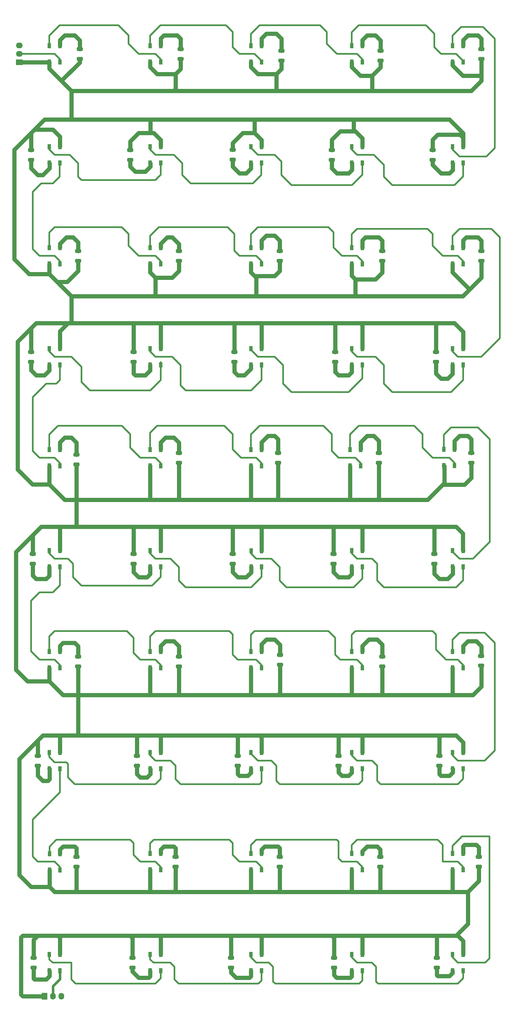
<source format=gbr>
%TF.GenerationSoftware,KiCad,Pcbnew,(6.0.2)*%
%TF.CreationDate,2022-10-19T17:10:29-07:00*%
%TF.ProjectId,tetris,74657472-6973-42e6-9b69-6361645f7063,rev?*%
%TF.SameCoordinates,Original*%
%TF.FileFunction,Copper,L1,Top*%
%TF.FilePolarity,Positive*%
%FSLAX46Y46*%
G04 Gerber Fmt 4.6, Leading zero omitted, Abs format (unit mm)*
G04 Created by KiCad (PCBNEW (6.0.2)) date 2022-10-19 17:10:29*
%MOMM*%
%LPD*%
G01*
G04 APERTURE LIST*
G04 Aperture macros list*
%AMRoundRect*
0 Rectangle with rounded corners*
0 $1 Rounding radius*
0 $2 $3 $4 $5 $6 $7 $8 $9 X,Y pos of 4 corners*
0 Add a 4 corners polygon primitive as box body*
4,1,4,$2,$3,$4,$5,$6,$7,$8,$9,$2,$3,0*
0 Add four circle primitives for the rounded corners*
1,1,$1+$1,$2,$3*
1,1,$1+$1,$4,$5*
1,1,$1+$1,$6,$7*
1,1,$1+$1,$8,$9*
0 Add four rect primitives between the rounded corners*
20,1,$1+$1,$2,$3,$4,$5,0*
20,1,$1+$1,$4,$5,$6,$7,0*
20,1,$1+$1,$6,$7,$8,$9,0*
20,1,$1+$1,$8,$9,$2,$3,0*%
G04 Aperture macros list end*
%TA.AperFunction,SMDPad,CuDef*%
%ADD10RoundRect,0.250000X0.650000X-0.325000X0.650000X0.325000X-0.650000X0.325000X-0.650000X-0.325000X0*%
%TD*%
%TA.AperFunction,SMDPad,CuDef*%
%ADD11RoundRect,0.250000X-0.650000X0.325000X-0.650000X-0.325000X0.650000X-0.325000X0.650000X0.325000X0*%
%TD*%
%TA.AperFunction,SMDPad,CuDef*%
%ADD12R,1.000000X1.500000*%
%TD*%
%TA.AperFunction,ComponentPad*%
%ADD13R,1.730000X2.030000*%
%TD*%
%TA.AperFunction,ComponentPad*%
%ADD14O,1.730000X2.030000*%
%TD*%
%TA.AperFunction,ComponentPad*%
%ADD15R,2.030000X1.730000*%
%TD*%
%TA.AperFunction,ComponentPad*%
%ADD16O,2.030000X1.730000*%
%TD*%
%TA.AperFunction,ViaPad*%
%ADD17C,1.200000*%
%TD*%
%TA.AperFunction,Conductor*%
%ADD18C,0.250000*%
%TD*%
%TA.AperFunction,Conductor*%
%ADD19C,1.270000*%
%TD*%
%TA.AperFunction,Conductor*%
%ADD20C,0.508000*%
%TD*%
%TA.AperFunction,Conductor*%
%ADD21C,0.762000*%
%TD*%
G04 APERTURE END LIST*
D10*
%TO.P,C18,1*%
%TO.N,+5V*%
X22352000Y-200103000D03*
%TO.P,C18,2*%
%TO.N,GND*%
X22352000Y-197153000D03*
%TD*%
D11*
%TO.P,C24,1*%
%TO.N,+5V*%
X131572000Y-227125000D03*
%TO.P,C24,2*%
%TO.N,GND*%
X131572000Y-230075000D03*
%TD*%
D12*
%TO.P,D48,1,VDD*%
%TO.N,+5V*%
X74600000Y-17690000D03*
%TO.P,D48,2,DOUT*%
%TO.N,Net-(D48-Pad2)*%
X77800000Y-17690000D03*
%TO.P,D48,3,VSS*%
%TO.N,GND*%
X77800000Y-12790000D03*
%TO.P,D48,4,DIN*%
%TO.N,Net-(D47-Pad2)*%
X74600000Y-12790000D03*
%TD*%
D11*
%TO.P,C32,1*%
%TO.N,+5V*%
X39116000Y-105205000D03*
%TO.P,C32,2*%
%TO.N,GND*%
X39116000Y-108155000D03*
%TD*%
D12*
%TO.P,D25,1,VDD*%
%TO.N,+5V*%
X138760000Y-165190000D03*
%TO.P,D25,2,DOUT*%
%TO.N,Net-(D25-Pad2)*%
X135560000Y-165190000D03*
%TO.P,D25,3,VSS*%
%TO.N,GND*%
X135560000Y-170090000D03*
%TO.P,D25,4,DIN*%
%TO.N,Net-(D20-Pad2)*%
X138760000Y-170090000D03*
%TD*%
D11*
%TO.P,C20,1*%
%TO.N,+5V*%
X39116000Y-166165000D03*
%TO.P,C20,2*%
%TO.N,GND*%
X39116000Y-169115000D03*
%TD*%
D12*
%TO.P,D22,1,VDD*%
%TO.N,+5V*%
X13675148Y-261612702D03*
%TO.P,D22,2,DOUT*%
%TO.N,Net-(D22-Pad2)*%
X16875148Y-261612702D03*
%TO.P,D22,3,VSS*%
%TO.N,GND*%
X16875148Y-256712702D03*
%TO.P,D22,4,DIN*%
%TO.N,Net-(D17-Pad2)*%
X13675148Y-256712702D03*
%TD*%
D10*
%TO.P,C27,1*%
%TO.N,+5V*%
X113284000Y-138635000D03*
%TO.P,C27,2*%
%TO.N,GND*%
X113284000Y-135685000D03*
%TD*%
%TO.P,C16,1*%
%TO.N,+5V*%
X83361000Y-199595000D03*
%TO.P,C16,2*%
%TO.N,GND*%
X83361000Y-196645000D03*
%TD*%
D12*
%TO.P,D45,1,VDD*%
%TO.N,+5V*%
X138760000Y-43270000D03*
%TO.P,D45,2,DOUT*%
%TO.N,Net-(D46-Pad4)*%
X135560000Y-43270000D03*
%TO.P,D45,3,VSS*%
%TO.N,GND*%
X135560000Y-48170000D03*
%TO.P,D45,4,DIN*%
%TO.N,Net-(D44-Pad2)*%
X138760000Y-48170000D03*
%TD*%
D11*
%TO.P,C23,1*%
%TO.N,+5V*%
X130048000Y-166165000D03*
%TO.P,C23,2*%
%TO.N,GND*%
X130048000Y-169115000D03*
%TD*%
D10*
%TO.P,C26,1*%
%TO.N,+5V*%
X141224000Y-138635000D03*
%TO.P,C26,2*%
%TO.N,GND*%
X141224000Y-135685000D03*
%TD*%
D12*
%TO.P,D2,1,VDD*%
%TO.N,+5V*%
X135560000Y-261530000D03*
%TO.P,D2,2,DOUT*%
%TO.N,Net-(D2-Pad2)*%
X138760000Y-261530000D03*
%TO.P,D2,3,VSS*%
%TO.N,GND*%
X138760000Y-256630000D03*
%TO.P,D2,4,DIN*%
%TO.N,Net-(D2-Pad4)*%
X135560000Y-256630000D03*
%TD*%
%TO.P,D17,1,VDD*%
%TO.N,+5V*%
X44120000Y-261530000D03*
%TO.P,D17,2,DOUT*%
%TO.N,Net-(D17-Pad2)*%
X47320000Y-261530000D03*
%TO.P,D17,3,VSS*%
%TO.N,GND*%
X47320000Y-256630000D03*
%TO.P,D17,4,DIN*%
%TO.N,+5V*%
X44120000Y-256630000D03*
%TD*%
%TO.P,D41,1,VDD*%
%TO.N,+5V*%
X16840000Y-43270000D03*
%TO.P,D41,2,DOUT*%
%TO.N,Net-(D41-Pad2)*%
X13640000Y-43270000D03*
%TO.P,D41,3,VSS*%
%TO.N,GND*%
X13640000Y-48170000D03*
%TO.P,D41,4,DIN*%
%TO.N,Net-(D41-Pad4)*%
X16840000Y-48170000D03*
%TD*%
%TO.P,D16,1,VDD*%
%TO.N,+5V*%
X108280000Y-287110000D03*
%TO.P,D16,2,DOUT*%
%TO.N,Net-(D16-Pad2)*%
X105080000Y-287110000D03*
%TO.P,D16,3,VSS*%
%TO.N,GND*%
X105080000Y-292010000D03*
%TO.P,D16,4,DIN*%
%TO.N,Net-(D11-Pad2)*%
X108280000Y-292010000D03*
%TD*%
D11*
%TO.P,C45,1*%
%TO.N,+5V*%
X129540000Y-44245000D03*
%TO.P,C45,2*%
%TO.N,GND*%
X129540000Y-47195000D03*
%TD*%
D12*
%TO.P,D50,1,VDD*%
%TO.N,+5V*%
X13640000Y-17690000D03*
%TO.P,D50,2,DOUT*%
%TO.N,Net-(D50-Pad2)*%
X16840000Y-17690000D03*
%TO.P,D50,3,VSS*%
%TO.N,GND*%
X16840000Y-12790000D03*
%TO.P,D50,4,DIN*%
%TO.N,Net-(D49-Pad2)*%
X13640000Y-12790000D03*
%TD*%
%TO.P,D37,1,VDD*%
%TO.N,+5V*%
X105080000Y-78650000D03*
%TO.P,D37,2,DOUT*%
%TO.N,Net-(D37-Pad2)*%
X108280000Y-78650000D03*
%TO.P,D37,3,VSS*%
%TO.N,GND*%
X108280000Y-73750000D03*
%TO.P,D37,4,DIN*%
%TO.N,Net-(D36-Pad2)*%
X105080000Y-73750000D03*
%TD*%
D10*
%TO.P,C15,1*%
%TO.N,+5V*%
X114300000Y-200103000D03*
%TO.P,C15,2*%
%TO.N,GND*%
X114300000Y-197153000D03*
%TD*%
D11*
%TO.P,C35,1*%
%TO.N,+5V*%
X130556000Y-105205000D03*
%TO.P,C35,2*%
%TO.N,GND*%
X130556000Y-108155000D03*
%TD*%
D12*
%TO.P,D24,1,VDD*%
%TO.N,+5V*%
X13640000Y-200570000D03*
%TO.P,D24,2,DOUT*%
%TO.N,Net-(D24-Pad2)*%
X16840000Y-200570000D03*
%TO.P,D24,3,VSS*%
%TO.N,GND*%
X16840000Y-195670000D03*
%TO.P,D24,4,DIN*%
%TO.N,Net-(D19-Pad2)*%
X13640000Y-195670000D03*
%TD*%
D11*
%TO.P,C31,1*%
%TO.N,+5V*%
X8128000Y-105205000D03*
%TO.P,C31,2*%
%TO.N,GND*%
X8128000Y-108155000D03*
%TD*%
D12*
%TO.P,D43,1,VDD*%
%TO.N,+5V*%
X77800000Y-43270000D03*
%TO.P,D43,2,DOUT*%
%TO.N,Net-(D43-Pad2)*%
X74600000Y-43270000D03*
%TO.P,D43,3,VSS*%
%TO.N,GND*%
X74600000Y-48170000D03*
%TO.P,D43,4,DIN*%
%TO.N,Net-(D42-Pad2)*%
X77800000Y-48170000D03*
%TD*%
D10*
%TO.P,C46,1*%
%TO.N,+5V*%
X144272000Y-16715000D03*
%TO.P,C46,2*%
%TO.N,GND*%
X144272000Y-13765000D03*
%TD*%
D12*
%TO.P,D32,1,VDD*%
%TO.N,+5V*%
X47320000Y-104230000D03*
%TO.P,D32,2,DOUT*%
%TO.N,Net-(D32-Pad2)*%
X44120000Y-104230000D03*
%TO.P,D32,3,VSS*%
%TO.N,GND*%
X44120000Y-109130000D03*
%TO.P,D32,4,DIN*%
%TO.N,Net-(D31-Pad2)*%
X47320000Y-109130000D03*
%TD*%
D10*
%TO.P,C30,1*%
%TO.N,+5V*%
X21844000Y-139143000D03*
%TO.P,C30,2*%
%TO.N,GND*%
X21844000Y-136193000D03*
%TD*%
D11*
%TO.P,C21,1*%
%TO.N,+5V*%
X69088000Y-166165000D03*
%TO.P,C21,2*%
%TO.N,GND*%
X69088000Y-169115000D03*
%TD*%
D10*
%TO.P,C36,1*%
%TO.N,+5V*%
X144272000Y-77675000D03*
%TO.P,C36,2*%
%TO.N,GND*%
X144272000Y-74725000D03*
%TD*%
D12*
%TO.P,D33,1,VDD*%
%TO.N,+5V*%
X77800000Y-104230000D03*
%TO.P,D33,2,DOUT*%
%TO.N,Net-(D33-Pad2)*%
X74600000Y-104230000D03*
%TO.P,D33,3,VSS*%
%TO.N,GND*%
X74600000Y-109130000D03*
%TO.P,D33,4,DIN*%
%TO.N,Net-(D32-Pad2)*%
X77800000Y-109130000D03*
%TD*%
%TO.P,D6,1,VDD*%
%TO.N,+5V*%
X47320000Y-287110000D03*
%TO.P,D6,2,DOUT*%
%TO.N,Net-(D11-Pad4)*%
X44120000Y-287110000D03*
%TO.P,D6,3,VSS*%
%TO.N,GND*%
X44120000Y-292010000D03*
%TO.P,D6,4,DIN*%
%TO.N,Net-(D1-Pad2)*%
X47320000Y-292010000D03*
%TD*%
D10*
%TO.P,C17,1*%
%TO.N,+5V*%
X52832000Y-200103000D03*
%TO.P,C17,2*%
%TO.N,GND*%
X52832000Y-197153000D03*
%TD*%
D12*
%TO.P,D20,1,VDD*%
%TO.N,+5V*%
X108280000Y-165190000D03*
%TO.P,D20,2,DOUT*%
%TO.N,Net-(D20-Pad2)*%
X105080000Y-165190000D03*
%TO.P,D20,3,VSS*%
%TO.N,GND*%
X105080000Y-170090000D03*
%TO.P,D20,4,DIN*%
%TO.N,Net-(D15-Pad2)*%
X108280000Y-170090000D03*
%TD*%
D11*
%TO.P,C12,1*%
%TO.N,+5V*%
X70612000Y-227125000D03*
%TO.P,C12,2*%
%TO.N,GND*%
X70612000Y-230075000D03*
%TD*%
D12*
%TO.P,D34,1,VDD*%
%TO.N,+5V*%
X108280000Y-104230000D03*
%TO.P,D34,2,DOUT*%
%TO.N,Net-(D34-Pad2)*%
X105080000Y-104230000D03*
%TO.P,D34,3,VSS*%
%TO.N,GND*%
X105080000Y-109130000D03*
%TO.P,D34,4,DIN*%
%TO.N,Net-(D33-Pad2)*%
X108280000Y-109130000D03*
%TD*%
%TO.P,D49,1,VDD*%
%TO.N,+5V*%
X44120000Y-17690000D03*
%TO.P,D49,2,DOUT*%
%TO.N,Net-(D49-Pad2)*%
X47320000Y-17690000D03*
%TO.P,D49,3,VSS*%
%TO.N,GND*%
X47320000Y-12790000D03*
%TO.P,D49,4,DIN*%
%TO.N,Net-(D48-Pad2)*%
X44120000Y-12790000D03*
%TD*%
D11*
%TO.P,C13,1*%
%TO.N,+5V*%
X101092000Y-227125000D03*
%TO.P,C13,2*%
%TO.N,GND*%
X101092000Y-230075000D03*
%TD*%
%TO.P,C33,1*%
%TO.N,+5V*%
X69596000Y-105205000D03*
%TO.P,C33,2*%
%TO.N,GND*%
X69596000Y-108155000D03*
%TD*%
D12*
%TO.P,D27,1,VDD*%
%TO.N,+5V*%
X104572000Y-139610000D03*
%TO.P,D27,2,DOUT*%
%TO.N,Net-(D27-Pad2)*%
X107772000Y-139610000D03*
%TO.P,D27,3,VSS*%
%TO.N,GND*%
X107772000Y-134710000D03*
%TO.P,D27,4,DIN*%
%TO.N,Net-(D26-Pad2)*%
X104572000Y-134710000D03*
%TD*%
%TO.P,D40,1,VDD*%
%TO.N,+5V*%
X13640000Y-78650000D03*
%TO.P,D40,2,DOUT*%
%TO.N,Net-(D41-Pad4)*%
X16840000Y-78650000D03*
%TO.P,D40,3,VSS*%
%TO.N,GND*%
X16840000Y-73750000D03*
%TO.P,D40,4,DIN*%
%TO.N,Net-(D39-Pad2)*%
X13640000Y-73750000D03*
%TD*%
%TO.P,D14,1,VDD*%
%TO.N,+5V*%
X74600000Y-200570000D03*
%TO.P,D14,2,DOUT*%
%TO.N,Net-(D14-Pad2)*%
X77800000Y-200570000D03*
%TO.P,D14,3,VSS*%
%TO.N,GND*%
X77800000Y-195670000D03*
%TO.P,D14,4,DIN*%
%TO.N,Net-(D14-Pad4)*%
X74600000Y-195670000D03*
%TD*%
D11*
%TO.P,C10,1*%
%TO.N,+5V*%
X10160000Y-227125000D03*
%TO.P,C10,2*%
%TO.N,GND*%
X10160000Y-230075000D03*
%TD*%
D12*
%TO.P,D7,1,VDD*%
%TO.N,+5V*%
X105080000Y-261530000D03*
%TO.P,D7,2,DOUT*%
%TO.N,Net-(D12-Pad4)*%
X108280000Y-261530000D03*
%TO.P,D7,3,VSS*%
%TO.N,GND*%
X108280000Y-256630000D03*
%TO.P,D7,4,DIN*%
%TO.N,Net-(D2-Pad2)*%
X105080000Y-256630000D03*
%TD*%
D10*
%TO.P,C29,1*%
%TO.N,+5V*%
X52832000Y-138635000D03*
%TO.P,C29,2*%
%TO.N,GND*%
X52832000Y-135685000D03*
%TD*%
D12*
%TO.P,D8,1,VDD*%
%TO.N,+5V*%
X47320000Y-226150000D03*
%TO.P,D8,2,DOUT*%
%TO.N,Net-(D13-Pad4)*%
X44120000Y-226150000D03*
%TO.P,D8,3,VSS*%
%TO.N,GND*%
X44120000Y-231050000D03*
%TO.P,D8,4,DIN*%
%TO.N,Net-(D3-Pad2)*%
X47320000Y-231050000D03*
%TD*%
%TO.P,D1,1,VDD*%
%TO.N,+5V*%
X16840000Y-287110000D03*
%TO.P,D1,2,DOUT*%
%TO.N,Net-(D1-Pad2)*%
X13640000Y-287110000D03*
%TO.P,D1,3,VSS*%
%TO.N,GND*%
X13640000Y-292010000D03*
%TO.P,D1,4,DIN*%
%TO.N,Net-(D1-Pad4)*%
X16840000Y-292010000D03*
%TD*%
D10*
%TO.P,C14,1*%
%TO.N,+5V*%
X144184097Y-199924527D03*
%TO.P,C14,2*%
%TO.N,GND*%
X144184097Y-196974527D03*
%TD*%
D12*
%TO.P,D42,1,VDD*%
%TO.N,+5V*%
X47320000Y-43270000D03*
%TO.P,D42,2,DOUT*%
%TO.N,Net-(D42-Pad2)*%
X44120000Y-43270000D03*
%TO.P,D42,3,VSS*%
%TO.N,GND*%
X44120000Y-48170000D03*
%TO.P,D42,4,DIN*%
%TO.N,Net-(D41-Pad2)*%
X47320000Y-48170000D03*
%TD*%
D11*
%TO.P,C22,1*%
%TO.N,+5V*%
X99568000Y-166165000D03*
%TO.P,C22,2*%
%TO.N,GND*%
X99568000Y-169115000D03*
%TD*%
D12*
%TO.P,D5,1,VDD*%
%TO.N,+5V*%
X16840000Y-165190000D03*
%TO.P,D5,2,DOUT*%
%TO.N,Net-(D10-Pad4)*%
X13640000Y-165190000D03*
%TO.P,D5,3,VSS*%
%TO.N,GND*%
X13640000Y-170090000D03*
%TO.P,D5,4,DIN*%
%TO.N,Net-(D24-Pad2)*%
X16840000Y-170090000D03*
%TD*%
%TO.P,D39,1,VDD*%
%TO.N,+5V*%
X44120000Y-78650000D03*
%TO.P,D39,2,DOUT*%
%TO.N,Net-(D39-Pad2)*%
X47320000Y-78650000D03*
%TO.P,D39,3,VSS*%
%TO.N,GND*%
X47320000Y-73750000D03*
%TO.P,D39,4,DIN*%
%TO.N,Net-(D38-Pad2)*%
X44120000Y-73750000D03*
%TD*%
%TO.P,D18,1,VDD*%
%TO.N,+5V*%
X108280000Y-226150000D03*
%TO.P,D18,2,DOUT*%
%TO.N,Net-(D18-Pad2)*%
X105080000Y-226150000D03*
%TO.P,D18,3,VSS*%
%TO.N,GND*%
X105080000Y-231050000D03*
%TO.P,D18,4,DIN*%
%TO.N,Net-(D13-Pad2)*%
X108280000Y-231050000D03*
%TD*%
D10*
%TO.P,C47,1*%
%TO.N,+5V*%
X113792000Y-17223000D03*
%TO.P,C47,2*%
%TO.N,GND*%
X113792000Y-14273000D03*
%TD*%
D11*
%TO.P,C44,1*%
%TO.N,+5V*%
X99060000Y-44245000D03*
%TO.P,C44,2*%
%TO.N,GND*%
X99060000Y-47195000D03*
%TD*%
D12*
%TO.P,D13,1,VDD*%
%TO.N,+5V*%
X77800000Y-226150000D03*
%TO.P,D13,2,DOUT*%
%TO.N,Net-(D13-Pad2)*%
X74600000Y-226150000D03*
%TO.P,D13,3,VSS*%
%TO.N,GND*%
X74600000Y-231050000D03*
%TO.P,D13,4,DIN*%
%TO.N,Net-(D13-Pad4)*%
X77800000Y-231050000D03*
%TD*%
%TO.P,D36,1,VDD*%
%TO.N,+5V*%
X135560000Y-78650000D03*
%TO.P,D36,2,DOUT*%
%TO.N,Net-(D36-Pad2)*%
X138760000Y-78650000D03*
%TO.P,D36,3,VSS*%
%TO.N,GND*%
X138760000Y-73750000D03*
%TO.P,D36,4,DIN*%
%TO.N,Net-(D36-Pad4)*%
X135560000Y-73750000D03*
%TD*%
%TO.P,D10,1,VDD*%
%TO.N,+5V*%
X47320000Y-165190000D03*
%TO.P,D10,2,DOUT*%
%TO.N,Net-(D10-Pad2)*%
X44120000Y-165190000D03*
%TO.P,D10,3,VSS*%
%TO.N,GND*%
X44120000Y-170090000D03*
%TO.P,D10,4,DIN*%
%TO.N,Net-(D10-Pad4)*%
X47320000Y-170090000D03*
%TD*%
%TO.P,D26,1,VDD*%
%TO.N,+5V*%
X132930000Y-139534000D03*
%TO.P,D26,2,DOUT*%
%TO.N,Net-(D26-Pad2)*%
X136130000Y-139534000D03*
%TO.P,D26,3,VSS*%
%TO.N,GND*%
X136130000Y-134634000D03*
%TO.P,D26,4,DIN*%
%TO.N,Net-(D25-Pad2)*%
X132930000Y-134634000D03*
%TD*%
D10*
%TO.P,C40,1*%
%TO.N,+5V*%
X22352000Y-77675000D03*
%TO.P,C40,2*%
%TO.N,GND*%
X22352000Y-74725000D03*
%TD*%
D12*
%TO.P,D47,1,VDD*%
%TO.N,+5V*%
X105080000Y-17690000D03*
%TO.P,D47,2,DOUT*%
%TO.N,Net-(D47-Pad2)*%
X108280000Y-17690000D03*
%TO.P,D47,3,VSS*%
%TO.N,GND*%
X108280000Y-12790000D03*
%TO.P,D47,4,DIN*%
%TO.N,Net-(D46-Pad2)*%
X105080000Y-12790000D03*
%TD*%
%TO.P,D21,1,VDD*%
%TO.N,+5V*%
X138760000Y-287110000D03*
%TO.P,D21,2,DOUT*%
%TO.N,Net-(D2-Pad4)*%
X135560000Y-287110000D03*
%TO.P,D21,3,VSS*%
%TO.N,GND*%
X135560000Y-292010000D03*
%TO.P,D21,4,DIN*%
%TO.N,Net-(D16-Pad2)*%
X138760000Y-292010000D03*
%TD*%
%TO.P,D23,1,VDD*%
%TO.N,+5V*%
X138760000Y-226150000D03*
%TO.P,D23,2,DOUT*%
%TO.N,Net-(D23-Pad2)*%
X135560000Y-226150000D03*
%TO.P,D23,3,VSS*%
%TO.N,GND*%
X135560000Y-231050000D03*
%TO.P,D23,4,DIN*%
%TO.N,Net-(D18-Pad2)*%
X138760000Y-231050000D03*
%TD*%
D11*
%TO.P,C2,1*%
%TO.N,+5V*%
X38735000Y-288085000D03*
%TO.P,C2,2*%
%TO.N,GND*%
X38735000Y-291035000D03*
%TD*%
%TO.P,C43,1*%
%TO.N,+5V*%
X69054306Y-44196225D03*
%TO.P,C43,2*%
%TO.N,GND*%
X69054306Y-47146225D03*
%TD*%
D12*
%TO.P,D12,1,VDD*%
%TO.N,+5V*%
X74600000Y-261530000D03*
%TO.P,D12,2,DOUT*%
X77800000Y-261530000D03*
%TO.P,D12,3,VSS*%
%TO.N,GND*%
X77800000Y-256630000D03*
%TO.P,D12,4,DIN*%
%TO.N,Net-(D12-Pad4)*%
X74600000Y-256630000D03*
%TD*%
D10*
%TO.P,C8,1*%
%TO.N,+5V*%
X51816000Y-260555000D03*
%TO.P,C8,2*%
%TO.N,GND*%
X51816000Y-257605000D03*
%TD*%
D11*
%TO.P,C34,1*%
%TO.N,+5V*%
X100076000Y-105205000D03*
%TO.P,C34,2*%
%TO.N,GND*%
X100076000Y-108155000D03*
%TD*%
D12*
%TO.P,D31,1,VDD*%
%TO.N,+5V*%
X16840000Y-104230000D03*
%TO.P,D31,2,DOUT*%
%TO.N,Net-(D31-Pad2)*%
X13640000Y-104230000D03*
%TO.P,D31,3,VSS*%
%TO.N,GND*%
X13640000Y-109130000D03*
%TO.P,D31,4,DIN*%
%TO.N,Net-(D31-Pad4)*%
X16840000Y-109130000D03*
%TD*%
%TO.P,D30,1,VDD*%
%TO.N,+5V*%
X13640000Y-139610000D03*
%TO.P,D30,2,DOUT*%
%TO.N,Net-(D31-Pad4)*%
X16840000Y-139610000D03*
%TO.P,D30,3,VSS*%
%TO.N,GND*%
X16840000Y-134710000D03*
%TO.P,D30,4,DIN*%
%TO.N,Net-(D29-Pad2)*%
X13640000Y-134710000D03*
%TD*%
D10*
%TO.P,C37,1*%
%TO.N,+5V*%
X114300000Y-77675000D03*
%TO.P,C37,2*%
%TO.N,GND*%
X114300000Y-74725000D03*
%TD*%
D11*
%TO.P,C41,1*%
%TO.N,+5V*%
X8128000Y-44245000D03*
%TO.P,C41,2*%
%TO.N,GND*%
X8128000Y-47195000D03*
%TD*%
D12*
%TO.P,D19,1,VDD*%
%TO.N,+5V*%
X44120000Y-200570000D03*
%TO.P,D19,2,DOUT*%
%TO.N,Net-(D19-Pad2)*%
X47320000Y-200570000D03*
%TO.P,D19,3,VSS*%
%TO.N,GND*%
X47320000Y-195670000D03*
%TO.P,D19,4,DIN*%
%TO.N,Net-(D14-Pad2)*%
X44120000Y-195670000D03*
%TD*%
D11*
%TO.P,C1,1*%
%TO.N,+5V*%
X8890000Y-288085000D03*
%TO.P,C1,2*%
%TO.N,GND*%
X8890000Y-291035000D03*
%TD*%
D12*
%TO.P,D29,1,VDD*%
%TO.N,+5V*%
X44120000Y-139610000D03*
%TO.P,D29,2,DOUT*%
%TO.N,Net-(D29-Pad2)*%
X47320000Y-139610000D03*
%TO.P,D29,3,VSS*%
%TO.N,GND*%
X47320000Y-134710000D03*
%TO.P,D29,4,DIN*%
%TO.N,Net-(D28-Pad2)*%
X44120000Y-134710000D03*
%TD*%
D10*
%TO.P,C38,1*%
%TO.N,+5V*%
X83312000Y-77675000D03*
%TO.P,C38,2*%
%TO.N,GND*%
X83312000Y-74725000D03*
%TD*%
%TO.P,C49,1*%
%TO.N,+5V*%
X53340000Y-16715000D03*
%TO.P,C49,2*%
%TO.N,GND*%
X53340000Y-13765000D03*
%TD*%
D11*
%TO.P,C4,1*%
%TO.N,+5V*%
X130810000Y-288085000D03*
%TO.P,C4,2*%
%TO.N,GND*%
X130810000Y-291035000D03*
%TD*%
D10*
%TO.P,C5,1*%
%TO.N,+5V*%
X143510000Y-260555000D03*
%TO.P,C5,2*%
%TO.N,GND*%
X143510000Y-257605000D03*
%TD*%
%TO.P,C9,1*%
%TO.N,+5V*%
X21844000Y-260604000D03*
%TO.P,C9,2*%
%TO.N,GND*%
X21844000Y-257654000D03*
%TD*%
D12*
%TO.P,D46,1,VDD*%
%TO.N,+5V*%
X135560000Y-17690000D03*
%TO.P,D46,2,DOUT*%
%TO.N,Net-(D46-Pad2)*%
X138760000Y-17690000D03*
%TO.P,D46,3,VSS*%
%TO.N,GND*%
X138760000Y-12790000D03*
%TO.P,D46,4,DIN*%
%TO.N,Net-(D46-Pad4)*%
X135560000Y-12790000D03*
%TD*%
%TO.P,D3,1,VDD*%
%TO.N,+5V*%
X16840000Y-226150000D03*
%TO.P,D3,2,DOUT*%
%TO.N,Net-(D3-Pad2)*%
X13640000Y-226150000D03*
%TO.P,D3,3,VSS*%
%TO.N,GND*%
X13640000Y-231050000D03*
%TO.P,D3,4,DIN*%
%TO.N,Net-(D22-Pad2)*%
X16840000Y-231050000D03*
%TD*%
D11*
%TO.P,C11,1*%
%TO.N,+5V*%
X40132000Y-227125000D03*
%TO.P,C11,2*%
%TO.N,GND*%
X40132000Y-230075000D03*
%TD*%
D12*
%TO.P,D38,1,VDD*%
%TO.N,+5V*%
X74600000Y-78650000D03*
%TO.P,D38,2,DOUT*%
%TO.N,Net-(D38-Pad2)*%
X77800000Y-78650000D03*
%TO.P,D38,3,VSS*%
%TO.N,GND*%
X77800000Y-73750000D03*
%TO.P,D38,4,DIN*%
%TO.N,Net-(D37-Pad2)*%
X74600000Y-73750000D03*
%TD*%
%TO.P,D28,1,VDD*%
%TO.N,+5V*%
X74600000Y-139610000D03*
%TO.P,D28,2,DOUT*%
%TO.N,Net-(D28-Pad2)*%
X77800000Y-139610000D03*
%TO.P,D28,3,VSS*%
%TO.N,GND*%
X77800000Y-134710000D03*
%TO.P,D28,4,DIN*%
%TO.N,Net-(D27-Pad2)*%
X74600000Y-134710000D03*
%TD*%
D11*
%TO.P,C3,1*%
%TO.N,+5V*%
X68580000Y-288085000D03*
%TO.P,C3,2*%
%TO.N,GND*%
X68580000Y-291035000D03*
%TD*%
D10*
%TO.P,C50,1*%
%TO.N,+5V*%
X22811000Y-16715000D03*
%TO.P,C50,2*%
%TO.N,GND*%
X22811000Y-13765000D03*
%TD*%
D12*
%TO.P,D44,1,VDD*%
%TO.N,+5V*%
X108280000Y-43270000D03*
%TO.P,D44,2,DOUT*%
%TO.N,Net-(D44-Pad2)*%
X105080000Y-43270000D03*
%TO.P,D44,3,VSS*%
%TO.N,GND*%
X105080000Y-48170000D03*
%TO.P,D44,4,DIN*%
%TO.N,Net-(D43-Pad2)*%
X108280000Y-48170000D03*
%TD*%
D11*
%TO.P,C42,1*%
%TO.N,+5V*%
X38100000Y-44245000D03*
%TO.P,C42,2*%
%TO.N,GND*%
X38100000Y-47195000D03*
%TD*%
D12*
%TO.P,D35,1,VDD*%
%TO.N,+5V*%
X138760000Y-104230000D03*
%TO.P,D35,2,DOUT*%
%TO.N,Net-(D36-Pad4)*%
X135560000Y-104230000D03*
%TO.P,D35,3,VSS*%
%TO.N,GND*%
X135560000Y-109130000D03*
%TO.P,D35,4,DIN*%
%TO.N,Net-(D34-Pad2)*%
X138760000Y-109130000D03*
%TD*%
D10*
%TO.P,C7,1*%
%TO.N,+5V*%
X83312000Y-260555000D03*
%TO.P,C7,2*%
%TO.N,GND*%
X83312000Y-257605000D03*
%TD*%
%TO.P,C48,1*%
%TO.N,+5V*%
X83820000Y-17223000D03*
%TO.P,C48,2*%
%TO.N,GND*%
X83820000Y-14273000D03*
%TD*%
D12*
%TO.P,D9,1,VDD*%
%TO.N,+5V*%
X105080000Y-200570000D03*
%TO.P,D9,2,DOUT*%
%TO.N,Net-(D14-Pad4)*%
X108280000Y-200570000D03*
%TO.P,D9,3,VSS*%
%TO.N,GND*%
X108280000Y-195670000D03*
%TO.P,D9,4,DIN*%
%TO.N,Net-(D4-Pad2)*%
X105080000Y-195670000D03*
%TD*%
D11*
%TO.P,C19,1*%
%TO.N,+5V*%
X8636000Y-166165000D03*
%TO.P,C19,2*%
%TO.N,GND*%
X8636000Y-169115000D03*
%TD*%
D12*
%TO.P,D11,1,VDD*%
%TO.N,+5V*%
X77800000Y-287110000D03*
%TO.P,D11,2,DOUT*%
%TO.N,Net-(D11-Pad2)*%
X74600000Y-287110000D03*
%TO.P,D11,3,VSS*%
%TO.N,GND*%
X74600000Y-292010000D03*
%TO.P,D11,4,DIN*%
%TO.N,Net-(D11-Pad4)*%
X77800000Y-292010000D03*
%TD*%
D11*
%TO.P,C25,1*%
%TO.N,+5V*%
X99746903Y-288117451D03*
%TO.P,C25,2*%
%TO.N,GND*%
X99746903Y-291067451D03*
%TD*%
D10*
%TO.P,C6,1*%
%TO.N,+5V*%
X113665000Y-260555000D03*
%TO.P,C6,2*%
%TO.N,GND*%
X113665000Y-257605000D03*
%TD*%
%TO.P,C39,1*%
%TO.N,+5V*%
X52832000Y-77675000D03*
%TO.P,C39,2*%
%TO.N,GND*%
X52832000Y-74725000D03*
%TD*%
D12*
%TO.P,D4,1,VDD*%
%TO.N,+5V*%
X135560000Y-200570000D03*
%TO.P,D4,2,DOUT*%
%TO.N,Net-(D4-Pad2)*%
X138760000Y-200570000D03*
%TO.P,D4,3,VSS*%
%TO.N,GND*%
X138760000Y-195670000D03*
%TO.P,D4,4,DIN*%
%TO.N,Net-(D23-Pad2)*%
X135560000Y-195670000D03*
%TD*%
%TO.P,D15,1,VDD*%
%TO.N,+5V*%
X77831965Y-165226093D03*
%TO.P,D15,2,DOUT*%
%TO.N,Net-(D15-Pad2)*%
X74631965Y-165226093D03*
%TO.P,D15,3,VSS*%
%TO.N,GND*%
X74631965Y-170126093D03*
%TO.P,D15,4,DIN*%
%TO.N,Net-(D10-Pad2)*%
X77831965Y-170126093D03*
%TD*%
D10*
%TO.P,C28,1*%
%TO.N,+5V*%
X82804000Y-138635000D03*
%TO.P,C28,2*%
%TO.N,GND*%
X82804000Y-135685000D03*
%TD*%
D13*
%TO.P,J1,1,Pin_1*%
%TO.N,+5V*%
X12182000Y-299720000D03*
D14*
%TO.P,J1,2,Pin_2*%
%TO.N,Net-(D1-Pad4)*%
X14722000Y-299720000D03*
%TO.P,J1,3,Pin_3*%
%TO.N,GND*%
X17262000Y-299720000D03*
%TD*%
D15*
%TO.P,J2,1,Pin_1*%
%TO.N,+5V*%
X4572000Y-17780000D03*
D16*
%TO.P,J2,2,Pin_2*%
%TO.N,Net-(D50-Pad2)*%
X4572000Y-15240000D03*
%TO.P,J2,3,Pin_3*%
%TO.N,GND*%
X4572000Y-12700000D03*
%TD*%
D17*
%TO.N,GND*%
X101092000Y-173228000D03*
X100003381Y-293615475D03*
X9652000Y-112268000D03*
X70612000Y-173228000D03*
X39370000Y-50546000D03*
X101092000Y-112268000D03*
X40386000Y-172974000D03*
X39624000Y-112268000D03*
X81280000Y-130556000D03*
X9398000Y-173482000D03*
X52324000Y-9652000D03*
X82804000Y-254508000D03*
X132080000Y-113284000D03*
X81788000Y-192024000D03*
X51308000Y-131064000D03*
X143002000Y-192786000D03*
X70866000Y-51054000D03*
X40894000Y-233426000D03*
X9144000Y-294640000D03*
X39878000Y-293370000D03*
X10160000Y-51816000D03*
X71120000Y-233172000D03*
X100584000Y-51308000D03*
X112014000Y-130810000D03*
X21336000Y-193040000D03*
X51562000Y-71374000D03*
X142748000Y-254000000D03*
X11176000Y-234188000D03*
X20320000Y-131064000D03*
X112522000Y-9906000D03*
X132080000Y-233172000D03*
X81788000Y-9144000D03*
X132080000Y-51308000D03*
X21590000Y-71374000D03*
X112776000Y-192024000D03*
X82296000Y-70612000D03*
X21336000Y-9652000D03*
X113538000Y-70866000D03*
X51562000Y-192786000D03*
X70612000Y-112268000D03*
X130810000Y-172974000D03*
X51308000Y-254508000D03*
X69596000Y-293624000D03*
X143510000Y-9906000D03*
X21336000Y-254508000D03*
X131064000Y-293624000D03*
X112776000Y-254508000D03*
X102616000Y-233172000D03*
X143510000Y-70866000D03*
X140208000Y-130556000D03*
%TD*%
D18*
%TO.N,+5V*%
X135560000Y-208712000D02*
X135636000Y-208788000D01*
D19*
X135560000Y-200570000D02*
X135560000Y-208712000D01*
X135636000Y-208788000D02*
X141732000Y-208788000D01*
X114300000Y-208788000D02*
X135636000Y-208788000D01*
D18*
X105080000Y-208356000D02*
X104648000Y-208788000D01*
D19*
X105080000Y-200570000D02*
X105080000Y-208356000D01*
X104648000Y-208788000D02*
X114300000Y-208788000D01*
X82804000Y-208788000D02*
X104648000Y-208788000D01*
D20*
%TO.N,Net-(D2-Pad4)*%
X138430000Y-251460000D02*
X146685000Y-251460000D01*
X135560000Y-287110000D02*
X135560000Y-287960000D01*
X135560000Y-287960000D02*
X137160000Y-289560000D01*
X135560000Y-256630000D02*
X135560000Y-254330000D01*
X146685000Y-251460000D02*
X146685000Y-288290000D01*
X146685000Y-288290000D02*
X145415000Y-289560000D01*
X135560000Y-254330000D02*
X138430000Y-251460000D01*
X145415000Y-289560000D02*
X137160000Y-289560000D01*
%TO.N,Net-(D3-Pad2)*%
X15240000Y-229108000D02*
X18796000Y-229108000D01*
X19304000Y-229616000D02*
X19304000Y-233680000D01*
X18796000Y-229108000D02*
X19304000Y-229616000D01*
X47320000Y-234112000D02*
X47320000Y-231050000D01*
X13640000Y-227508000D02*
X15240000Y-229108000D01*
X19304000Y-233680000D02*
X21336000Y-235712000D01*
X13640000Y-226150000D02*
X13640000Y-227508000D01*
X21336000Y-235712000D02*
X45720000Y-235712000D01*
X45720000Y-235712000D02*
X47320000Y-234112000D01*
%TO.N,Net-(D11-Pad4)*%
X77800000Y-294945000D02*
X77800000Y-292010000D01*
X45085000Y-289560000D02*
X50165000Y-289560000D01*
X52705000Y-295910000D02*
X76835000Y-295910000D01*
X76835000Y-295910000D02*
X77800000Y-294945000D01*
X51435000Y-294640000D02*
X52705000Y-295910000D01*
X44120000Y-288595000D02*
X45085000Y-289560000D01*
X44120000Y-287110000D02*
X44120000Y-288595000D01*
X51435000Y-290830000D02*
X51435000Y-294640000D01*
X50165000Y-289560000D02*
X51435000Y-290830000D01*
%TO.N,Net-(D1-Pad2)*%
X20320000Y-289560000D02*
X14605000Y-289560000D01*
X47320000Y-292010000D02*
X47320000Y-294310000D01*
X13640000Y-288595000D02*
X13640000Y-287110000D01*
X47320000Y-294310000D02*
X45720000Y-295910000D01*
X45720000Y-295910000D02*
X21590000Y-295910000D01*
X21590000Y-295910000D02*
X20320000Y-294640000D01*
X14605000Y-289560000D02*
X13640000Y-288595000D01*
X20320000Y-294640000D02*
X20320000Y-289560000D01*
%TO.N,Net-(D2-Pad2)*%
X132588000Y-254000000D02*
X131064000Y-252476000D01*
X137160000Y-259080000D02*
X132588000Y-259080000D01*
X106680000Y-252476000D02*
X105080000Y-254076000D01*
X132588000Y-259080000D02*
X132588000Y-254000000D01*
X131064000Y-252476000D02*
X106680000Y-252476000D01*
X138760000Y-260680000D02*
X137160000Y-259080000D01*
X105080000Y-254076000D02*
X105080000Y-256630000D01*
X138760000Y-261530000D02*
X138760000Y-260680000D01*
%TO.N,Net-(D4-Pad2)*%
X138760000Y-200570000D02*
X138760000Y-199720000D01*
X133604000Y-198120000D02*
X130556000Y-195072000D01*
X129540000Y-189484000D02*
X106172000Y-189484000D01*
X130556000Y-190500000D02*
X129540000Y-189484000D01*
X106172000Y-189484000D02*
X105080000Y-190576000D01*
X138760000Y-199720000D02*
X137160000Y-198120000D01*
X105080000Y-190576000D02*
X105080000Y-195670000D01*
X130556000Y-195072000D02*
X130556000Y-190500000D01*
X137160000Y-198120000D02*
X133604000Y-198120000D01*
%TO.N,Net-(D10-Pad4)*%
X13640000Y-166040000D02*
X15240000Y-167640000D01*
X23368000Y-175768000D02*
X44704000Y-175768000D01*
X47320000Y-173152000D02*
X47320000Y-170090000D01*
X20828000Y-169164000D02*
X20828000Y-173228000D01*
X44704000Y-175768000D02*
X47320000Y-173152000D01*
X13640000Y-165190000D02*
X13640000Y-166040000D01*
X15240000Y-167640000D02*
X19304000Y-167640000D01*
X19304000Y-167640000D02*
X20828000Y-169164000D01*
X20828000Y-173228000D02*
X23368000Y-175768000D01*
%TO.N,Net-(D12-Pad4)*%
X108280000Y-261530000D02*
X108280000Y-260680000D01*
X101092000Y-252984000D02*
X100584000Y-252476000D01*
X102108000Y-259080000D02*
X101092000Y-258064000D01*
X108280000Y-260680000D02*
X106680000Y-259080000D01*
X100584000Y-252476000D02*
X76200000Y-252476000D01*
X101092000Y-258064000D02*
X101092000Y-252984000D01*
X76200000Y-252476000D02*
X74600000Y-254076000D01*
X74600000Y-254076000D02*
X74600000Y-256630000D01*
X106680000Y-259080000D02*
X102108000Y-259080000D01*
%TO.N,Net-(D13-Pad2)*%
X82296000Y-234696000D02*
X83312000Y-235712000D01*
X108280000Y-234620000D02*
X108280000Y-231050000D01*
X107188000Y-235712000D02*
X108280000Y-234620000D01*
X74600000Y-226492000D02*
X76708000Y-228600000D01*
X74600000Y-226150000D02*
X74600000Y-226492000D01*
X82296000Y-230124000D02*
X82296000Y-234696000D01*
X76708000Y-228600000D02*
X80772000Y-228600000D01*
X83312000Y-235712000D02*
X107188000Y-235712000D01*
X80772000Y-228600000D02*
X82296000Y-230124000D01*
%TO.N,Net-(D16-Pad2)*%
X105080000Y-287110000D02*
X105080000Y-287960000D01*
X111125000Y-289560000D02*
X112395000Y-290830000D01*
X113030000Y-295910000D02*
X137160000Y-295910000D01*
X105080000Y-287960000D02*
X106680000Y-289560000D01*
X106680000Y-289560000D02*
X111125000Y-289560000D01*
X137160000Y-295910000D02*
X138760000Y-294310000D01*
X112395000Y-290830000D02*
X112395000Y-295275000D01*
X112395000Y-295275000D02*
X113030000Y-295910000D01*
X138760000Y-294310000D02*
X138760000Y-292010000D01*
%TO.N,Net-(D10-Pad2)*%
X45720000Y-167640000D02*
X50292000Y-167640000D01*
X77831965Y-173120035D02*
X77831965Y-170126093D01*
X44120000Y-165190000D02*
X44120000Y-166040000D01*
X54864000Y-176276000D02*
X74676000Y-176276000D01*
X52832000Y-170180000D02*
X52832000Y-174244000D01*
X50292000Y-167640000D02*
X52832000Y-170180000D01*
X52832000Y-174244000D02*
X54864000Y-176276000D01*
X44120000Y-166040000D02*
X45720000Y-167640000D01*
X74676000Y-176276000D02*
X77831965Y-173120035D01*
%TO.N,Net-(D11-Pad2)*%
X107315000Y-295910000D02*
X108280000Y-294945000D01*
X74600000Y-287960000D02*
X76200000Y-289560000D01*
X81915000Y-295910000D02*
X107315000Y-295910000D01*
X81280000Y-290830000D02*
X81280000Y-295275000D01*
X81280000Y-295275000D02*
X81915000Y-295910000D01*
X74600000Y-287110000D02*
X74600000Y-287960000D01*
X76200000Y-289560000D02*
X80010000Y-289560000D01*
X80010000Y-289560000D02*
X81280000Y-290830000D01*
X108280000Y-294945000D02*
X108280000Y-292010000D01*
%TO.N,Net-(D13-Pad4)*%
X51816000Y-230124000D02*
X51816000Y-234188000D01*
X77800000Y-235128000D02*
X77800000Y-231050000D01*
X77216000Y-235712000D02*
X77800000Y-235128000D01*
X51816000Y-234188000D02*
X53340000Y-235712000D01*
X44120000Y-227000000D02*
X45720000Y-228600000D01*
X53340000Y-235712000D02*
X77216000Y-235712000D01*
X44120000Y-226150000D02*
X44120000Y-227000000D01*
X50292000Y-228600000D02*
X51816000Y-230124000D01*
X45720000Y-228600000D02*
X50292000Y-228600000D01*
%TO.N,Net-(D14-Pad4)*%
X108280000Y-199720000D02*
X106680000Y-198120000D01*
X100076000Y-191516000D02*
X98044000Y-189484000D01*
X98044000Y-189484000D02*
X75692000Y-189484000D01*
X101600000Y-198120000D02*
X100076000Y-196596000D01*
X75692000Y-189484000D02*
X74600000Y-190576000D01*
X106680000Y-198120000D02*
X101600000Y-198120000D01*
X100076000Y-196596000D02*
X100076000Y-191516000D01*
X108280000Y-200570000D02*
X108280000Y-199720000D01*
X74600000Y-190576000D02*
X74600000Y-195670000D01*
%TO.N,Net-(D25-Pad2)*%
X146812000Y-162560000D02*
X146812000Y-131572000D01*
X135560000Y-165190000D02*
X135560000Y-165532000D01*
X132930000Y-130214000D02*
X132930000Y-134634000D01*
X137668000Y-167640000D02*
X141732000Y-167640000D01*
X135128000Y-128016000D02*
X132930000Y-130214000D01*
X143256000Y-128016000D02*
X135128000Y-128016000D01*
X135560000Y-165532000D02*
X137668000Y-167640000D01*
X146812000Y-131572000D02*
X143256000Y-128016000D01*
X141732000Y-167640000D02*
X146812000Y-162560000D01*
%TO.N,Net-(D15-Pad2)*%
X74631965Y-165226093D02*
X74631965Y-166071965D01*
X76200000Y-167640000D02*
X80772000Y-167640000D01*
X105664000Y-176276000D02*
X108280000Y-173660000D01*
X74631965Y-166071965D02*
X76200000Y-167640000D01*
X83312000Y-170180000D02*
X83312000Y-174244000D01*
X80772000Y-167640000D02*
X83312000Y-170180000D01*
X85344000Y-176276000D02*
X105664000Y-176276000D01*
X108280000Y-173660000D02*
X108280000Y-170090000D01*
X83312000Y-174244000D02*
X85344000Y-176276000D01*
%TO.N,Net-(D22-Pad2)*%
X16875148Y-260715148D02*
X15240000Y-259080000D01*
X10160000Y-259080000D02*
X8636000Y-257556000D01*
X15240000Y-259080000D02*
X10160000Y-259080000D01*
X16875148Y-261612702D02*
X16875148Y-260715148D01*
X8636000Y-257556000D02*
X8636000Y-246380000D01*
X16840000Y-238176000D02*
X16840000Y-231050000D01*
X8636000Y-246380000D02*
X16840000Y-238176000D01*
%TO.N,Net-(D17-Pad2)*%
X38100000Y-252476000D02*
X15748000Y-252476000D01*
X13675148Y-254548852D02*
X13675148Y-256712702D01*
X15748000Y-252476000D02*
X13675148Y-254548852D01*
X45720000Y-259080000D02*
X41148000Y-259080000D01*
X39116000Y-253492000D02*
X38100000Y-252476000D01*
X47320000Y-260680000D02*
X45720000Y-259080000D01*
X41148000Y-259080000D02*
X39116000Y-257048000D01*
X47320000Y-261530000D02*
X47320000Y-260680000D01*
X39116000Y-257048000D02*
X39116000Y-253492000D01*
%TO.N,Net-(D23-Pad2)*%
X148336000Y-193040000D02*
X145288000Y-189992000D01*
X148336000Y-225552000D02*
X148336000Y-193040000D01*
X145288000Y-228600000D02*
X148336000Y-225552000D01*
X145288000Y-189992000D02*
X137668000Y-189992000D01*
X137668000Y-189992000D02*
X135560000Y-192100000D01*
X137160000Y-228600000D02*
X145288000Y-228600000D01*
X135560000Y-192100000D02*
X135560000Y-195670000D01*
X135560000Y-226150000D02*
X135560000Y-227000000D01*
X135560000Y-227000000D02*
X137160000Y-228600000D01*
D21*
%TO.N,Net-(D1-Pad4)*%
X14722000Y-299720000D02*
X14722000Y-296682000D01*
X16840000Y-294564000D02*
X16840000Y-292010000D01*
X14722000Y-296682000D02*
X16840000Y-294564000D01*
D20*
%TO.N,Net-(D20-Pad2)*%
X138760000Y-174168000D02*
X138760000Y-170090000D01*
X106680000Y-167640000D02*
X111252000Y-167640000D01*
X112776000Y-169164000D02*
X112776000Y-174244000D01*
X105080000Y-165190000D02*
X105080000Y-166040000D01*
X112776000Y-174244000D02*
X114808000Y-176276000D01*
X114808000Y-176276000D02*
X136652000Y-176276000D01*
X105080000Y-166040000D02*
X106680000Y-167640000D01*
X111252000Y-167640000D02*
X112776000Y-169164000D01*
X136652000Y-176276000D02*
X138760000Y-174168000D01*
%TO.N,Net-(D26-Pad2)*%
X126492000Y-130048000D02*
X123952000Y-127508000D01*
X129540000Y-137160000D02*
X126492000Y-134112000D01*
X107188000Y-127508000D02*
X104572000Y-130124000D01*
X104572000Y-130124000D02*
X104572000Y-134710000D01*
X123952000Y-127508000D02*
X107188000Y-127508000D01*
X136130000Y-138670000D02*
X134620000Y-137160000D01*
X136130000Y-139534000D02*
X136130000Y-138670000D01*
X126492000Y-134112000D02*
X126492000Y-130048000D01*
X134620000Y-137160000D02*
X129540000Y-137160000D01*
%TO.N,Net-(D18-Pad2)*%
X106680000Y-228600000D02*
X111252000Y-228600000D01*
X112776000Y-230124000D02*
X112776000Y-234696000D01*
X113792000Y-235712000D02*
X137160000Y-235712000D01*
X105080000Y-226150000D02*
X105080000Y-227000000D01*
X111252000Y-228600000D02*
X112776000Y-230124000D01*
X105080000Y-227000000D02*
X106680000Y-228600000D01*
X138760000Y-234112000D02*
X138760000Y-231050000D01*
X112776000Y-234696000D02*
X113792000Y-235712000D01*
X137160000Y-235712000D02*
X138760000Y-234112000D01*
%TO.N,Net-(D24-Pad2)*%
X10668000Y-198120000D02*
X8128000Y-195580000D01*
X16840000Y-199720000D02*
X15240000Y-198120000D01*
X8128000Y-180340000D02*
X10668000Y-177800000D01*
X16840000Y-175692000D02*
X16840000Y-170090000D01*
X15240000Y-198120000D02*
X10668000Y-198120000D01*
X14732000Y-177800000D02*
X16840000Y-175692000D01*
X10668000Y-177800000D02*
X14732000Y-177800000D01*
X16840000Y-200570000D02*
X16840000Y-199720000D01*
X8128000Y-195580000D02*
X8128000Y-180340000D01*
%TO.N,Net-(D27-Pad2)*%
X106172000Y-137160000D02*
X101092000Y-137160000D01*
X77216000Y-127508000D02*
X74600000Y-130124000D01*
X107772000Y-139610000D02*
X107772000Y-138760000D01*
X96520000Y-127508000D02*
X77216000Y-127508000D01*
X99060000Y-130048000D02*
X96520000Y-127508000D01*
X74600000Y-130124000D02*
X74600000Y-134710000D01*
X99060000Y-135128000D02*
X99060000Y-130048000D01*
X101092000Y-137160000D02*
X99060000Y-135128000D01*
X107772000Y-138760000D02*
X106172000Y-137160000D01*
D19*
%TO.N,+5V*%
X38100000Y-281432000D02*
X47244000Y-281432000D01*
X99060000Y-44245000D02*
X99060000Y-41148000D01*
X47320000Y-287110000D02*
X47320000Y-281508000D01*
X129540000Y-44245000D02*
X129540000Y-41148000D01*
X51816000Y-21336000D02*
X53340000Y-19812000D01*
X77800000Y-281864000D02*
X78232000Y-281432000D01*
X82804000Y-138635000D02*
X82804000Y-149860000D01*
X76200000Y-88392000D02*
X106680000Y-88392000D01*
D20*
X76200000Y-259080000D02*
X71120000Y-259080000D01*
D19*
X139192000Y-145288000D02*
X132588000Y-145288000D01*
X137820000Y-39624000D02*
X138760000Y-40564000D01*
X10160000Y-222504000D02*
X11684000Y-220980000D01*
X108280000Y-104230000D02*
X108280000Y-97104000D01*
X44196000Y-39116000D02*
X45212000Y-39116000D01*
X22352000Y-77675000D02*
X22352000Y-80772000D01*
X70612000Y-221488000D02*
X70104000Y-220980000D01*
X74168000Y-149860000D02*
X82804000Y-149860000D01*
X130810000Y-281686000D02*
X130556000Y-281432000D01*
X75692000Y-39116000D02*
X77800000Y-41224000D01*
X78232000Y-281432000D02*
X99060000Y-281432000D01*
X38608000Y-96520000D02*
X47244000Y-96520000D01*
X69088000Y-166165000D02*
X69088000Y-157988000D01*
X135560000Y-268148000D02*
X135636000Y-268224000D01*
X44196000Y-35052000D02*
X75692000Y-35052000D01*
X140716000Y-86360000D02*
X144272000Y-82804000D01*
X77800000Y-221564000D02*
X77216000Y-220980000D01*
X69054306Y-42197694D02*
X72136000Y-39116000D01*
X17272000Y-157988000D02*
X21844000Y-157988000D01*
X38735000Y-282067000D02*
X38100000Y-281432000D01*
X143510000Y-264922000D02*
X140208000Y-268224000D01*
X77800000Y-287110000D02*
X77800000Y-281864000D01*
X74600000Y-19228000D02*
X76708000Y-21336000D01*
X75692000Y-82296000D02*
X76200000Y-82804000D01*
X74600000Y-208356000D02*
X74168000Y-208788000D01*
X144272000Y-21844000D02*
X144272000Y-16715000D01*
X138760000Y-39192000D02*
X138760000Y-40564000D01*
X22352000Y-200103000D02*
X22352000Y-208788000D01*
X130048000Y-166165000D02*
X130048000Y-158496000D01*
X47320000Y-96596000D02*
X47244000Y-96520000D01*
X13640000Y-145212000D02*
X8560000Y-145212000D01*
X144272000Y-200012430D02*
X144184097Y-199924527D01*
X53340000Y-19812000D02*
X53340000Y-16715000D01*
X100076000Y-97028000D02*
X99568000Y-96520000D01*
X131572000Y-221488000D02*
X132080000Y-220980000D01*
X108204000Y-281432000D02*
X130556000Y-281432000D01*
X136652000Y-220980000D02*
X138760000Y-223088000D01*
X74600000Y-17690000D02*
X74600000Y-19228000D01*
X19812000Y-35052000D02*
X20320000Y-34544000D01*
X22352000Y-220472000D02*
X21844000Y-220980000D01*
X10160000Y-227125000D02*
X10160000Y-222504000D01*
X82296000Y-26416000D02*
X111252000Y-26416000D01*
X74600000Y-149428000D02*
X74168000Y-149860000D01*
X21844000Y-157988000D02*
X38608000Y-157988000D01*
X143510000Y-260555000D02*
X143510000Y-264922000D01*
X114300000Y-77675000D02*
X114300000Y-81280000D01*
X111252000Y-21844000D02*
X113792000Y-19304000D01*
X132080000Y-220980000D02*
X136652000Y-220980000D01*
X16840000Y-165190000D02*
X16840000Y-158420000D01*
X16840000Y-287110000D02*
X16840000Y-282016000D01*
X47320000Y-165190000D02*
X47320000Y-158064000D01*
X130556000Y-105205000D02*
X130556000Y-97028000D01*
X16840000Y-221412000D02*
X17272000Y-220980000D01*
X16840000Y-43270000D02*
X16840000Y-40208000D01*
X78232000Y-96520000D02*
X99568000Y-96520000D01*
X20828000Y-96520000D02*
X38608000Y-96520000D01*
X108280000Y-281508000D02*
X108204000Y-281432000D01*
X52832000Y-149860000D02*
X74168000Y-149860000D01*
X38100000Y-41656000D02*
X40640000Y-39116000D01*
X52832000Y-208788000D02*
X74168000Y-208788000D01*
X5080000Y-281940000D02*
X5588000Y-281432000D01*
X13675148Y-266659148D02*
X13675148Y-261612702D01*
X39116000Y-105205000D02*
X39116000Y-97028000D01*
X99060000Y-281432000D02*
X108204000Y-281432000D01*
X83312000Y-77675000D02*
X83312000Y-80772000D01*
X108280000Y-287110000D02*
X108280000Y-281508000D01*
X13640000Y-19736000D02*
X17272000Y-23368000D01*
X16002000Y-84074000D02*
X20320000Y-88392000D01*
X130556000Y-157988000D02*
X136652000Y-157988000D01*
X83361000Y-208231000D02*
X82804000Y-208788000D01*
X141224000Y-143256000D02*
X139192000Y-145288000D01*
X44196000Y-149860000D02*
X52832000Y-149860000D01*
X76200000Y-82804000D02*
X76200000Y-88392000D01*
X100076000Y-105205000D02*
X100076000Y-97028000D01*
X51816000Y-260555000D02*
X51816000Y-267716000D01*
X111252000Y-26416000D02*
X141224000Y-26416000D01*
X51816000Y-25908000D02*
X51308000Y-26416000D01*
X16840000Y-40208000D02*
X14732000Y-38100000D01*
X83361000Y-199595000D02*
X83361000Y-208231000D01*
X74600000Y-81204000D02*
X74600000Y-78650000D01*
X20320000Y-96012000D02*
X20828000Y-96520000D01*
X22352000Y-80772000D02*
X19050000Y-84074000D01*
X99568000Y-166165000D02*
X99568000Y-158496000D01*
X13640000Y-200570000D02*
X13640000Y-204648000D01*
X69054306Y-44196225D02*
X69054306Y-42197694D01*
X144272000Y-23368000D02*
X144272000Y-21844000D01*
X44120000Y-17690000D02*
X44120000Y-19228000D01*
X105080000Y-19228000D02*
X107696000Y-21844000D01*
X22811000Y-16715000D02*
X22811000Y-17829000D01*
X69596000Y-105205000D02*
X69596000Y-96520000D01*
X21844000Y-139143000D02*
X21844000Y-149860000D01*
X47320000Y-41224000D02*
X47320000Y-43270000D01*
X13640000Y-139610000D02*
X13640000Y-145212000D01*
X138684000Y-160020000D02*
X138684000Y-165114000D01*
X106680000Y-88392000D02*
X138684000Y-88392000D01*
X47320000Y-281508000D02*
X47244000Y-281432000D01*
X113284000Y-138635000D02*
X113284000Y-149352000D01*
X44120000Y-261530000D02*
X44120000Y-268148000D01*
X108712000Y-157988000D02*
X130556000Y-157988000D01*
X130810000Y-288085000D02*
X130810000Y-281686000D01*
X136652000Y-157988000D02*
X138684000Y-160020000D01*
X44120000Y-200570000D02*
X44120000Y-208712000D01*
X13550000Y-17780000D02*
X13640000Y-17690000D01*
X11176000Y-157988000D02*
X17272000Y-157988000D01*
X22811000Y-17829000D02*
X17272000Y-23368000D01*
X51308000Y-268224000D02*
X44196000Y-268224000D01*
X101600000Y-38608000D02*
X105664000Y-38608000D01*
X4064000Y-102108000D02*
X8128000Y-98044000D01*
X9144000Y-38100000D02*
X12192000Y-35052000D01*
X68072000Y-281432000D02*
X78232000Y-281432000D01*
X137160000Y-281432000D02*
X138760000Y-283032000D01*
X74168000Y-208788000D02*
X82804000Y-208788000D01*
X101092000Y-227125000D02*
X101092000Y-220980000D01*
X144272000Y-82804000D02*
X144272000Y-77675000D01*
X104572000Y-149784000D02*
X104648000Y-149860000D01*
X144272000Y-206248000D02*
X144272000Y-200012430D01*
X70612000Y-227125000D02*
X70612000Y-221488000D01*
X16840000Y-104230000D02*
X16840000Y-98984000D01*
X99695000Y-282067000D02*
X99060000Y-281432000D01*
X105664000Y-38608000D02*
X106172000Y-38608000D01*
X44120000Y-19228000D02*
X46228000Y-21336000D01*
X74600000Y-200570000D02*
X74600000Y-208356000D01*
X7036000Y-204648000D02*
X3556000Y-201168000D01*
X105664000Y-38608000D02*
X105664000Y-35560000D01*
X130048000Y-158496000D02*
X130556000Y-157988000D01*
X133096000Y-139700000D02*
X132930000Y-139534000D01*
X19812000Y-35052000D02*
X44196000Y-35052000D01*
X46228000Y-21336000D02*
X51816000Y-21336000D01*
X5588000Y-281432000D02*
X10160000Y-281432000D01*
X111252000Y-21844000D02*
X111252000Y-26416000D01*
X105156000Y-268224000D02*
X83312000Y-268224000D01*
X8560000Y-145212000D02*
X4064000Y-140716000D01*
X45212000Y-39116000D02*
X47320000Y-41224000D01*
X131572000Y-227125000D02*
X131572000Y-221488000D01*
X16256000Y-281432000D02*
X38100000Y-281432000D01*
X108280000Y-221056000D02*
X108204000Y-220980000D01*
X7544000Y-81712000D02*
X3048000Y-77216000D01*
X83312000Y-268224000D02*
X74168000Y-268224000D01*
X113284000Y-149352000D02*
X112776000Y-149860000D01*
X77216000Y-220980000D02*
X101092000Y-220980000D01*
X99568000Y-158496000D02*
X100076000Y-157988000D01*
X44120000Y-268148000D02*
X44196000Y-268224000D01*
X108280000Y-40716000D02*
X108280000Y-43270000D01*
X114300000Y-200103000D02*
X114300000Y-208788000D01*
X106172000Y-38608000D02*
X108280000Y-40716000D01*
X69088000Y-157988000D02*
X78232000Y-157988000D01*
X45720000Y-82804000D02*
X45720000Y-87884000D01*
X136144000Y-96520000D02*
X138760000Y-99136000D01*
X108280000Y-158420000D02*
X108712000Y-157988000D01*
X44196000Y-208788000D02*
X52832000Y-208788000D01*
X47244000Y-157988000D02*
X69088000Y-157988000D01*
X21844000Y-260604000D02*
X21844000Y-267716000D01*
X134620000Y-35052000D02*
X138760000Y-39192000D01*
X106172000Y-35052000D02*
X134620000Y-35052000D01*
X22352000Y-208788000D02*
X44196000Y-208788000D01*
X21844000Y-267716000D02*
X21336000Y-268224000D01*
X112776000Y-149860000D02*
X128016000Y-149860000D01*
X40132000Y-221488000D02*
X40640000Y-220980000D01*
X141224000Y-138635000D02*
X141224000Y-143256000D01*
X21844000Y-220980000D02*
X40640000Y-220980000D01*
X130556000Y-97028000D02*
X131064000Y-96520000D01*
X82296000Y-21336000D02*
X83820000Y-19812000D01*
X8128000Y-39116000D02*
X9144000Y-38100000D01*
X113792000Y-19304000D02*
X113792000Y-17223000D01*
X114300000Y-81280000D02*
X112268000Y-83312000D01*
X112268000Y-83312000D02*
X106172000Y-83312000D01*
X104572000Y-139610000D02*
X104572000Y-149784000D01*
X44120000Y-139610000D02*
X44120000Y-149784000D01*
X19050000Y-84074000D02*
X16002000Y-84074000D01*
X44196000Y-39116000D02*
X44196000Y-35052000D01*
X5080000Y-299212000D02*
X5080000Y-281940000D01*
X3048000Y-77216000D02*
X3048000Y-44196000D01*
X39116000Y-166165000D02*
X39116000Y-158496000D01*
X4572000Y-263144000D02*
X4572000Y-228092000D01*
X47320000Y-158064000D02*
X47244000Y-157988000D01*
X51816000Y-21336000D02*
X51816000Y-25908000D01*
X21844000Y-149860000D02*
X44196000Y-149860000D01*
X78232000Y-157988000D02*
X100076000Y-157988000D01*
X141224000Y-26416000D02*
X144272000Y-23368000D01*
X107696000Y-21844000D02*
X111252000Y-21844000D01*
X4572000Y-228092000D02*
X10160000Y-222504000D01*
X16840000Y-98984000D02*
X19304000Y-96520000D01*
X45720000Y-82804000D02*
X44120000Y-81204000D01*
X4572000Y-17780000D02*
X13550000Y-17780000D01*
D20*
X68072000Y-252476000D02*
X45212000Y-252476000D01*
D19*
X8890000Y-282702000D02*
X10160000Y-281432000D01*
X135560000Y-18720000D02*
X138684000Y-21844000D01*
X4064000Y-140716000D02*
X4064000Y-102108000D01*
X20320000Y-88392000D02*
X20320000Y-96012000D01*
D20*
X77800000Y-260680000D02*
X76200000Y-259080000D01*
D19*
X20320000Y-88392000D02*
X45212000Y-88392000D01*
X21844000Y-157988000D02*
X21844000Y-149860000D01*
X51308000Y-26416000D02*
X82296000Y-26416000D01*
X44120000Y-81204000D02*
X44120000Y-78650000D01*
X138684000Y-88392000D02*
X140716000Y-86360000D01*
X105080000Y-268148000D02*
X105156000Y-268224000D01*
X83820000Y-19812000D02*
X83820000Y-17223000D01*
X130556000Y-281432000D02*
X136652000Y-281432000D01*
D20*
X77800000Y-261530000D02*
X77800000Y-260680000D01*
D19*
X75692000Y-35052000D02*
X106172000Y-35052000D01*
X38608000Y-157988000D02*
X47244000Y-157988000D01*
X44120000Y-149784000D02*
X44196000Y-149860000D01*
X105080000Y-261530000D02*
X105080000Y-268148000D01*
X128016000Y-149860000D02*
X132588000Y-145288000D01*
X82296000Y-21336000D02*
X82296000Y-26416000D01*
X8636000Y-166165000D02*
X8636000Y-160528000D01*
X113665000Y-260555000D02*
X113665000Y-268097000D01*
X8636000Y-160528000D02*
X11176000Y-157988000D01*
X21336000Y-268224000D02*
X15240000Y-268224000D01*
X39116000Y-158496000D02*
X38608000Y-157988000D01*
X99060000Y-41148000D02*
X101600000Y-38608000D01*
X3556000Y-201168000D02*
X3556000Y-165608000D01*
X40640000Y-220980000D02*
X47244000Y-220980000D01*
D20*
X69088000Y-253492000D02*
X68072000Y-252476000D01*
X71120000Y-259080000D02*
X69088000Y-257048000D01*
D19*
X113665000Y-268097000D02*
X113792000Y-268224000D01*
X18288000Y-149860000D02*
X21844000Y-149860000D01*
X75692000Y-82296000D02*
X74600000Y-81204000D01*
X47244000Y-96520000D02*
X69596000Y-96520000D01*
X13640000Y-81712000D02*
X16002000Y-84074000D01*
X44120000Y-208712000D02*
X44196000Y-208788000D01*
X3048000Y-44196000D02*
X8128000Y-39116000D01*
X11684000Y-220980000D02*
X17272000Y-220980000D01*
X45212000Y-88392000D02*
X76200000Y-88392000D01*
X82804000Y-149860000D02*
X104648000Y-149860000D01*
X13640000Y-145212000D02*
X18288000Y-149860000D01*
X8128000Y-44245000D02*
X8128000Y-39116000D01*
X40640000Y-39116000D02*
X44196000Y-39116000D01*
X105664000Y-35560000D02*
X106172000Y-35052000D01*
X81788000Y-82296000D02*
X75692000Y-82296000D01*
X76708000Y-21336000D02*
X82296000Y-21336000D01*
X138760000Y-223088000D02*
X138760000Y-226150000D01*
X10160000Y-281432000D02*
X16256000Y-281432000D01*
X12192000Y-35052000D02*
X19812000Y-35052000D01*
X51816000Y-267716000D02*
X51308000Y-268224000D01*
X140208000Y-268224000D02*
X135636000Y-268224000D01*
X77831965Y-165226093D02*
X77831965Y-158388035D01*
X69596000Y-96520000D02*
X78232000Y-96520000D01*
X77800000Y-96952000D02*
X78232000Y-96520000D01*
X13640000Y-204648000D02*
X7036000Y-204648000D01*
X47320000Y-104230000D02*
X47320000Y-96596000D01*
X13640000Y-17690000D02*
X13640000Y-19736000D01*
X20320000Y-26416000D02*
X51308000Y-26416000D01*
X52832000Y-138635000D02*
X52832000Y-149860000D01*
X70104000Y-220980000D02*
X77216000Y-220980000D01*
X106172000Y-87884000D02*
X106680000Y-88392000D01*
X8128000Y-98044000D02*
X9652000Y-96520000D01*
X16840000Y-226150000D02*
X16840000Y-221412000D01*
X8890000Y-288085000D02*
X8890000Y-282702000D01*
X138684000Y-165114000D02*
X138760000Y-165190000D01*
X106172000Y-83312000D02*
X105080000Y-82220000D01*
X47320000Y-226150000D02*
X47320000Y-221056000D01*
X9652000Y-96520000D02*
X19304000Y-96520000D01*
X131064000Y-39624000D02*
X137820000Y-39624000D01*
X113792000Y-268224000D02*
X105156000Y-268224000D01*
X131064000Y-96520000D02*
X136144000Y-96520000D01*
X77831965Y-158388035D02*
X78232000Y-157988000D01*
X68580000Y-281940000D02*
X68072000Y-281432000D01*
X138760000Y-99136000D02*
X138760000Y-104230000D01*
X16840000Y-282016000D02*
X16256000Y-281432000D01*
X15240000Y-268224000D02*
X13675148Y-266659148D01*
X135636000Y-268224000D02*
X113792000Y-268224000D01*
X136652000Y-281432000D02*
X140208000Y-277876000D01*
X72136000Y-39116000D02*
X75692000Y-39116000D01*
X3556000Y-165608000D02*
X8636000Y-160528000D01*
X105080000Y-17690000D02*
X105080000Y-19228000D01*
X38100000Y-44245000D02*
X38100000Y-41656000D01*
X138684000Y-21844000D02*
X144272000Y-21844000D01*
X83312000Y-260555000D02*
X83312000Y-268224000D01*
X17780000Y-208788000D02*
X22352000Y-208788000D01*
X136652000Y-281432000D02*
X137160000Y-281432000D01*
X17272000Y-23368000D02*
X20320000Y-26416000D01*
X77800000Y-104230000D02*
X77800000Y-96952000D01*
X39116000Y-97028000D02*
X38608000Y-96520000D01*
X135560000Y-78650000D02*
X135560000Y-81204000D01*
X5588000Y-299720000D02*
X5080000Y-299212000D01*
X101092000Y-220980000D02*
X108204000Y-220980000D01*
X99695000Y-288085000D02*
X99695000Y-282067000D01*
X108204000Y-220980000D02*
X132080000Y-220980000D01*
X140208000Y-277876000D02*
X140208000Y-268224000D01*
X77800000Y-226150000D02*
X77800000Y-221564000D01*
X106172000Y-83312000D02*
X106172000Y-87884000D01*
X38735000Y-288085000D02*
X38735000Y-282067000D01*
D20*
X45212000Y-252476000D02*
X44120000Y-253568000D01*
D19*
X19304000Y-96520000D02*
X20828000Y-96520000D01*
X8087148Y-266659148D02*
X4572000Y-263144000D01*
X47244000Y-220980000D02*
X70104000Y-220980000D01*
X22352000Y-208788000D02*
X22352000Y-220472000D01*
X68580000Y-288085000D02*
X68580000Y-281940000D01*
X108280000Y-226150000D02*
X108280000Y-221056000D01*
X99568000Y-96520000D02*
X107696000Y-96520000D01*
X16840000Y-158420000D02*
X17272000Y-157988000D01*
X74600000Y-139610000D02*
X74600000Y-149428000D01*
X13640000Y-78650000D02*
X13640000Y-81712000D01*
X47320000Y-221056000D02*
X47244000Y-220980000D01*
X135560000Y-17690000D02*
X135560000Y-18720000D01*
X135560000Y-81204000D02*
X140716000Y-86360000D01*
X77800000Y-41224000D02*
X77800000Y-43270000D01*
X45720000Y-87884000D02*
X45212000Y-88392000D01*
X52832000Y-80772000D02*
X50800000Y-82804000D01*
X8128000Y-105205000D02*
X8128000Y-98044000D01*
X52832000Y-200103000D02*
X52832000Y-208788000D01*
D20*
X44120000Y-253568000D02*
X44120000Y-256630000D01*
D19*
X50800000Y-82804000D02*
X45720000Y-82804000D01*
X100076000Y-157988000D02*
X108712000Y-157988000D01*
X12182000Y-299720000D02*
X5588000Y-299720000D01*
X133096000Y-144780000D02*
X133096000Y-139700000D01*
X104648000Y-149860000D02*
X112776000Y-149860000D01*
X13640000Y-204648000D02*
X17780000Y-208788000D01*
D20*
X69088000Y-257048000D02*
X69088000Y-253492000D01*
D19*
X74168000Y-268224000D02*
X51308000Y-268224000D01*
X13640000Y-81712000D02*
X7544000Y-81712000D01*
X74600000Y-261530000D02*
X74600000Y-267792000D01*
X40132000Y-227125000D02*
X40132000Y-221488000D01*
X13675148Y-266659148D02*
X8087148Y-266659148D01*
X135560000Y-261530000D02*
X135560000Y-268148000D01*
X20320000Y-34544000D02*
X20320000Y-26416000D01*
X17272000Y-220980000D02*
X21844000Y-220980000D01*
X132588000Y-145288000D02*
X133096000Y-144780000D01*
X141732000Y-208788000D02*
X144272000Y-206248000D01*
X52832000Y-77675000D02*
X52832000Y-80772000D01*
X44196000Y-268224000D02*
X21336000Y-268224000D01*
X138760000Y-283032000D02*
X138760000Y-287110000D01*
X47244000Y-281432000D02*
X68072000Y-281432000D01*
X75692000Y-39116000D02*
X75692000Y-35052000D01*
X129540000Y-41148000D02*
X131064000Y-39624000D01*
X108280000Y-97104000D02*
X107696000Y-96520000D01*
X138760000Y-40564000D02*
X138760000Y-43270000D01*
X14732000Y-38100000D02*
X9144000Y-38100000D01*
X74600000Y-267792000D02*
X74168000Y-268224000D01*
X83312000Y-80772000D02*
X81788000Y-82296000D01*
X108280000Y-165190000D02*
X108280000Y-158420000D01*
X107696000Y-96520000D02*
X131064000Y-96520000D01*
X105080000Y-82220000D02*
X105080000Y-78650000D01*
%TO.N,GND*%
X135560000Y-111836000D02*
X134112000Y-113284000D01*
X40640000Y-294132000D02*
X43688000Y-294132000D01*
X21336000Y-193040000D02*
X22352000Y-194056000D01*
X13716000Y-49784000D02*
X13716000Y-48246000D01*
X143510000Y-254762000D02*
X143510000Y-257605000D01*
X81788000Y-192024000D02*
X83361000Y-193597000D01*
X21590000Y-71374000D02*
X22352000Y-72136000D01*
X139700000Y-70612000D02*
X143256000Y-70612000D01*
X39624000Y-112268000D02*
X39116000Y-111760000D01*
X113665000Y-255397000D02*
X113665000Y-257605000D01*
X138760000Y-254432000D02*
X139192000Y-254000000D01*
X134112000Y-173736000D02*
X135636000Y-172212000D01*
X138760000Y-195670000D02*
X138760000Y-193980000D01*
X105080000Y-172288000D02*
X105080000Y-170090000D01*
X78740000Y-254508000D02*
X82804000Y-254508000D01*
X16875148Y-256712702D02*
X16875148Y-255412852D01*
X112776000Y-192024000D02*
X114300000Y-193548000D01*
X144272000Y-196886624D02*
X144184097Y-196974527D01*
X83361000Y-193597000D02*
X83361000Y-196645000D01*
X111760000Y-130556000D02*
X112014000Y-130810000D01*
X13716000Y-292086000D02*
X13640000Y-292010000D01*
X102616000Y-233172000D02*
X104140000Y-233172000D01*
X129540000Y-47195000D02*
X129540000Y-48768000D01*
X39370000Y-50546000D02*
X39624000Y-50800000D01*
X134620000Y-293624000D02*
X131064000Y-293624000D01*
X22352000Y-72136000D02*
X22352000Y-74725000D01*
X42672000Y-50800000D02*
X44196000Y-49276000D01*
X104140000Y-173228000D02*
X105080000Y-172288000D01*
X131572000Y-232664000D02*
X132080000Y-233172000D01*
X140208000Y-9652000D02*
X143256000Y-9652000D01*
X47320000Y-72568000D02*
X49276000Y-70612000D01*
X50800000Y-70612000D02*
X51562000Y-71374000D01*
X47320000Y-73750000D02*
X47320000Y-72568000D01*
X21336000Y-254508000D02*
X21844000Y-255016000D01*
X72644000Y-112268000D02*
X70612000Y-112268000D01*
X132080000Y-113284000D02*
X130556000Y-111760000D01*
X138760000Y-11100000D02*
X140208000Y-9652000D01*
X43180000Y-233680000D02*
X44196000Y-232664000D01*
X108280000Y-255956000D02*
X109728000Y-254508000D01*
X112522000Y-9906000D02*
X113792000Y-11176000D01*
X22811000Y-11127000D02*
X22811000Y-13765000D01*
X20320000Y-131064000D02*
X21844000Y-132588000D01*
X40132000Y-230075000D02*
X40132000Y-232664000D01*
X105156000Y-50292000D02*
X105156000Y-48246000D01*
X79248000Y-9144000D02*
X81788000Y-9144000D01*
X130556000Y-111760000D02*
X130556000Y-108155000D01*
X48260000Y-9652000D02*
X52324000Y-9652000D01*
X134620000Y-233172000D02*
X135636000Y-232156000D01*
X112014000Y-130810000D02*
X113284000Y-132080000D01*
D21*
X13640000Y-293065000D02*
X13640000Y-292010000D01*
D19*
X114300000Y-193548000D02*
X114300000Y-197153000D01*
X40386000Y-172974000D02*
X40640000Y-173228000D01*
X144272000Y-10668000D02*
X144272000Y-13765000D01*
X138760000Y-73750000D02*
X138760000Y-71552000D01*
X13716000Y-48246000D02*
X13640000Y-48170000D01*
X47320000Y-193980000D02*
X48768000Y-192532000D01*
X99695000Y-291035000D02*
X99695000Y-293307094D01*
X130048000Y-169115000D02*
X130048000Y-172212000D01*
X8128000Y-49784000D02*
X10160000Y-51816000D01*
X68580000Y-291035000D02*
X68580000Y-292608000D01*
X69596000Y-111252000D02*
X69596000Y-108155000D01*
X100519906Y-294132000D02*
X100003381Y-293615475D01*
X8128000Y-110744000D02*
X8128000Y-108155000D01*
X99568000Y-169115000D02*
X99568000Y-171704000D01*
X101092000Y-230075000D02*
X101092000Y-232156000D01*
X77800000Y-195670000D02*
X77800000Y-193472000D01*
X9652000Y-173736000D02*
X12700000Y-173736000D01*
X104648000Y-294132000D02*
X100519906Y-294132000D01*
X144272000Y-194056000D02*
X144272000Y-196886624D01*
X39624000Y-50800000D02*
X42672000Y-50800000D01*
X109728000Y-9652000D02*
X112268000Y-9652000D01*
X143002000Y-192786000D02*
X144272000Y-194056000D01*
X47320000Y-134710000D02*
X47320000Y-132512000D01*
X74600000Y-49860000D02*
X74600000Y-48170000D01*
X73152000Y-51308000D02*
X74600000Y-49860000D01*
X69054306Y-49242306D02*
X70866000Y-51054000D01*
X52832000Y-194056000D02*
X52832000Y-197153000D01*
X44196000Y-48246000D02*
X44120000Y-48170000D01*
X130810000Y-293370000D02*
X131064000Y-293624000D01*
X8890000Y-294386000D02*
X9144000Y-294640000D01*
X8636000Y-172720000D02*
X9398000Y-173482000D01*
X140208000Y-192532000D02*
X142748000Y-192532000D01*
X77800000Y-12790000D02*
X77800000Y-10592000D01*
X130810000Y-291035000D02*
X130810000Y-293370000D01*
X81788000Y-70104000D02*
X82296000Y-70612000D01*
X108280000Y-195670000D02*
X108280000Y-193980000D01*
X79248000Y-70104000D02*
X81788000Y-70104000D01*
X40640000Y-173228000D02*
X43180000Y-173228000D01*
X142748000Y-192532000D02*
X143002000Y-192786000D01*
X114300000Y-71628000D02*
X114300000Y-74725000D01*
X141224000Y-131572000D02*
X141224000Y-135685000D01*
X16840000Y-11100000D02*
X18288000Y-9652000D01*
X16840000Y-72568000D02*
X18796000Y-70612000D01*
X77800000Y-255448000D02*
X78740000Y-254508000D01*
X12192000Y-112268000D02*
X9652000Y-112268000D01*
X11684000Y-234696000D02*
X13208000Y-234696000D01*
X142748000Y-254000000D02*
X143510000Y-254762000D01*
X104140000Y-51308000D02*
X105156000Y-50292000D01*
X74168000Y-294132000D02*
X70104000Y-294132000D01*
X79756000Y-130556000D02*
X77800000Y-132512000D01*
X16840000Y-12790000D02*
X16840000Y-11100000D01*
X52832000Y-72644000D02*
X52832000Y-74725000D01*
X13640000Y-172796000D02*
X13640000Y-170090000D01*
X99695000Y-293307094D02*
X100003381Y-293615475D01*
X21844000Y-132588000D02*
X21844000Y-136193000D01*
X135560000Y-109130000D02*
X135560000Y-111836000D01*
X38100000Y-49276000D02*
X39370000Y-50546000D01*
X130810000Y-172974000D02*
X131572000Y-173736000D01*
X74600000Y-292010000D02*
X74600000Y-293700000D01*
X9144000Y-294640000D02*
X12700000Y-294640000D01*
X51562000Y-71374000D02*
X52832000Y-72644000D01*
X51308000Y-192532000D02*
X51562000Y-192786000D01*
X81788000Y-9144000D02*
X82296000Y-9144000D01*
X135636000Y-172212000D02*
X135636000Y-170166000D01*
X51816000Y-255016000D02*
X51816000Y-257605000D01*
X12700000Y-173736000D02*
X13640000Y-172796000D01*
X79248000Y-192024000D02*
X81788000Y-192024000D01*
X13640000Y-110820000D02*
X12192000Y-112268000D01*
X44120000Y-293700000D02*
X44120000Y-292010000D01*
X107772000Y-132512000D02*
X109728000Y-130556000D01*
X70866000Y-51054000D02*
X71120000Y-51308000D01*
X143256000Y-70612000D02*
X143510000Y-70866000D01*
X104140000Y-112268000D02*
X101092000Y-112268000D01*
X82296000Y-9144000D02*
X83820000Y-10668000D01*
X70612000Y-232664000D02*
X71120000Y-233172000D01*
X131572000Y-230075000D02*
X131572000Y-232664000D01*
X38735000Y-291035000D02*
X38735000Y-292227000D01*
X13208000Y-234696000D02*
X13716000Y-234188000D01*
X82804000Y-254508000D02*
X83312000Y-255016000D01*
X109728000Y-130556000D02*
X111760000Y-130556000D01*
X21336000Y-9652000D02*
X22811000Y-11127000D01*
X130048000Y-172212000D02*
X130810000Y-172974000D01*
X108280000Y-256630000D02*
X108280000Y-255956000D01*
X102108000Y-233172000D02*
X102616000Y-233172000D01*
X39116000Y-111760000D02*
X39116000Y-108155000D01*
X16840000Y-193980000D02*
X17780000Y-193040000D01*
X105080000Y-232232000D02*
X105080000Y-231050000D01*
X113538000Y-70866000D02*
X114300000Y-71628000D01*
X48260000Y-254508000D02*
X51308000Y-254508000D01*
X135560000Y-292684000D02*
X134620000Y-293624000D01*
X11176000Y-234188000D02*
X11684000Y-234696000D01*
X107772000Y-134710000D02*
X107772000Y-132512000D01*
X43688000Y-294132000D02*
X44120000Y-293700000D01*
X109220000Y-70612000D02*
X113284000Y-70612000D01*
X113792000Y-11176000D02*
X113792000Y-14273000D01*
X53340000Y-10668000D02*
X53340000Y-13765000D01*
X143256000Y-9652000D02*
X143510000Y-9906000D01*
X74600000Y-110312000D02*
X72644000Y-112268000D01*
X81788000Y-130556000D02*
X81280000Y-130556000D01*
X101092000Y-173228000D02*
X104140000Y-173228000D01*
X68580000Y-292608000D02*
X69596000Y-293624000D01*
X108280000Y-71552000D02*
X109220000Y-70612000D01*
X16840000Y-134710000D02*
X16840000Y-132512000D01*
X21844000Y-255016000D02*
X21844000Y-257654000D01*
X136144000Y-134620000D02*
X136144000Y-132080000D01*
X51308000Y-131064000D02*
X52832000Y-132588000D01*
X101092000Y-232156000D02*
X102108000Y-233172000D01*
X100584000Y-51308000D02*
X104140000Y-51308000D01*
X140208000Y-130556000D02*
X141224000Y-131572000D01*
X9652000Y-112268000D02*
X8128000Y-110744000D01*
X132080000Y-233172000D02*
X134620000Y-233172000D01*
X16875148Y-255412852D02*
X17780000Y-254508000D01*
X71120000Y-233172000D02*
X73660000Y-233172000D01*
X52324000Y-9652000D02*
X53340000Y-10668000D01*
X48768000Y-192532000D02*
X51308000Y-192532000D01*
X134620000Y-51308000D02*
X135636000Y-50292000D01*
X74600000Y-109130000D02*
X74600000Y-110312000D01*
X16840000Y-195670000D02*
X16840000Y-193980000D01*
X138760000Y-256630000D02*
X138760000Y-254432000D01*
X132080000Y-51308000D02*
X134620000Y-51308000D01*
X135636000Y-170166000D02*
X135560000Y-170090000D01*
X135636000Y-48246000D02*
X135560000Y-48170000D01*
X138760000Y-12790000D02*
X138760000Y-11100000D01*
X17780000Y-193040000D02*
X21336000Y-193040000D01*
X129540000Y-48768000D02*
X132080000Y-51308000D01*
X44120000Y-109130000D02*
X44120000Y-110820000D01*
X18288000Y-131064000D02*
X20320000Y-131064000D01*
X82804000Y-135685000D02*
X82804000Y-131572000D01*
X113284000Y-132080000D02*
X113284000Y-135685000D01*
X135636000Y-231126000D02*
X135560000Y-231050000D01*
X40894000Y-233426000D02*
X41148000Y-233680000D01*
X51308000Y-254508000D02*
X51816000Y-255016000D01*
X105080000Y-293700000D02*
X104648000Y-294132000D01*
X10160000Y-230075000D02*
X10160000Y-233172000D01*
X82296000Y-70612000D02*
X83312000Y-71628000D01*
X47320000Y-10592000D02*
X48260000Y-9652000D01*
X39116000Y-169115000D02*
X39116000Y-171704000D01*
X71120000Y-51308000D02*
X73152000Y-51308000D01*
X10160000Y-51816000D02*
X11684000Y-51816000D01*
X40132000Y-232664000D02*
X40894000Y-233426000D01*
X112268000Y-9652000D02*
X112522000Y-9906000D01*
X113284000Y-70612000D02*
X113538000Y-70866000D01*
X38100000Y-47195000D02*
X38100000Y-49276000D01*
X69054306Y-47146225D02*
X69054306Y-49242306D01*
X20828000Y-70612000D02*
X21590000Y-71374000D01*
X69088000Y-169115000D02*
X69088000Y-171704000D01*
X136130000Y-134634000D02*
X136144000Y-134620000D01*
X73660000Y-233172000D02*
X74600000Y-232232000D01*
X108280000Y-11100000D02*
X109728000Y-9652000D01*
X81280000Y-130556000D02*
X79756000Y-130556000D01*
X47320000Y-12790000D02*
X47320000Y-10592000D01*
X8128000Y-47195000D02*
X8128000Y-49784000D01*
X99060000Y-49784000D02*
X100584000Y-51308000D01*
X83820000Y-10668000D02*
X83820000Y-14273000D01*
X74631965Y-171748035D02*
X74631965Y-170126093D01*
X136144000Y-132080000D02*
X137668000Y-130556000D01*
X44120000Y-110820000D02*
X42672000Y-112268000D01*
X108280000Y-73750000D02*
X108280000Y-71552000D01*
X139192000Y-254000000D02*
X142748000Y-254000000D01*
X101092000Y-112268000D02*
X100076000Y-111252000D01*
X99568000Y-171704000D02*
X101092000Y-173228000D01*
X137668000Y-130556000D02*
X140208000Y-130556000D01*
X18796000Y-70612000D02*
X20828000Y-70612000D01*
X134112000Y-113284000D02*
X132080000Y-113284000D01*
X44196000Y-231126000D02*
X44120000Y-231050000D01*
X83312000Y-255016000D02*
X83312000Y-257605000D01*
X70612000Y-112268000D02*
X69596000Y-111252000D01*
X83312000Y-71628000D02*
X83312000Y-74725000D01*
X108280000Y-193980000D02*
X110236000Y-192024000D01*
X39116000Y-171704000D02*
X40386000Y-172974000D01*
X47320000Y-195670000D02*
X47320000Y-193980000D01*
X105156000Y-48246000D02*
X105080000Y-48170000D01*
X16840000Y-73750000D02*
X16840000Y-72568000D01*
X135636000Y-232156000D02*
X135636000Y-231126000D01*
X82804000Y-131572000D02*
X81788000Y-130556000D01*
X47320000Y-132512000D02*
X48768000Y-131064000D01*
X39878000Y-293370000D02*
X40640000Y-294132000D01*
X73152000Y-173228000D02*
X74631965Y-171748035D01*
X138760000Y-193980000D02*
X140208000Y-192532000D01*
X16840000Y-132512000D02*
X18288000Y-131064000D01*
X144272000Y-71628000D02*
X144272000Y-74725000D01*
X13716000Y-234188000D02*
X13716000Y-231126000D01*
X47320000Y-256630000D02*
X47320000Y-255448000D01*
X70612000Y-230075000D02*
X70612000Y-232664000D01*
X108280000Y-12790000D02*
X108280000Y-11100000D01*
X112776000Y-254508000D02*
X113665000Y-255397000D01*
X49276000Y-70612000D02*
X50800000Y-70612000D01*
X13640000Y-109130000D02*
X13640000Y-110820000D01*
X74600000Y-293700000D02*
X74168000Y-294132000D01*
X105080000Y-111328000D02*
X104140000Y-112268000D01*
X138760000Y-71552000D02*
X139700000Y-70612000D01*
X77800000Y-71552000D02*
X79248000Y-70104000D01*
X110236000Y-192024000D02*
X112776000Y-192024000D01*
X143510000Y-9906000D02*
X144272000Y-10668000D01*
X11684000Y-51816000D02*
X13716000Y-49784000D01*
X69088000Y-171704000D02*
X70612000Y-173228000D01*
X17780000Y-254508000D02*
X21336000Y-254508000D01*
X131572000Y-173736000D02*
X134112000Y-173736000D01*
X8890000Y-291035000D02*
X8890000Y-294386000D01*
X74600000Y-232232000D02*
X74600000Y-231050000D01*
X99060000Y-47195000D02*
X99060000Y-49784000D01*
X100076000Y-111252000D02*
X100076000Y-108155000D01*
X12700000Y-294640000D02*
X13716000Y-293624000D01*
X44120000Y-172288000D02*
X44120000Y-170090000D01*
X10160000Y-233172000D02*
X11176000Y-234188000D01*
X52832000Y-132588000D02*
X52832000Y-135685000D01*
X22352000Y-194056000D02*
X22352000Y-197153000D01*
X135560000Y-292010000D02*
X135560000Y-292684000D01*
X70612000Y-173228000D02*
X73152000Y-173228000D01*
X13716000Y-293624000D02*
X13716000Y-292086000D01*
X105080000Y-109130000D02*
X105080000Y-111328000D01*
X70104000Y-294132000D02*
X69596000Y-293624000D01*
X47320000Y-255448000D02*
X48260000Y-254508000D01*
X48768000Y-131064000D02*
X51308000Y-131064000D01*
X77800000Y-193472000D02*
X79248000Y-192024000D01*
X77800000Y-10592000D02*
X79248000Y-9144000D01*
X41148000Y-233680000D02*
X43180000Y-233680000D01*
X43180000Y-173228000D02*
X44120000Y-172288000D01*
X18288000Y-9652000D02*
X21336000Y-9652000D01*
X104140000Y-233172000D02*
X105080000Y-232232000D01*
X77800000Y-132512000D02*
X77800000Y-134710000D01*
X77800000Y-73750000D02*
X77800000Y-71552000D01*
X105080000Y-292010000D02*
X105080000Y-293700000D01*
X77800000Y-256630000D02*
X77800000Y-255448000D01*
X44196000Y-49276000D02*
X44196000Y-48246000D01*
X13716000Y-231126000D02*
X13640000Y-231050000D01*
X143510000Y-70866000D02*
X144272000Y-71628000D01*
X9398000Y-173482000D02*
X9652000Y-173736000D01*
X8636000Y-169115000D02*
X8636000Y-172720000D01*
X109728000Y-254508000D02*
X112776000Y-254508000D01*
X44196000Y-232664000D02*
X44196000Y-231126000D01*
X38735000Y-292227000D02*
X39878000Y-293370000D01*
X51562000Y-192786000D02*
X52832000Y-194056000D01*
X42672000Y-112268000D02*
X39624000Y-112268000D01*
X135636000Y-50292000D02*
X135636000Y-48246000D01*
D20*
%TO.N,Net-(D28-Pad2)*%
X46228000Y-127508000D02*
X44120000Y-129616000D01*
X66548000Y-127508000D02*
X46228000Y-127508000D01*
X44120000Y-129616000D02*
X44120000Y-134710000D01*
X69088000Y-130048000D02*
X66548000Y-127508000D01*
X77800000Y-139610000D02*
X77800000Y-138760000D01*
X76200000Y-137160000D02*
X71628000Y-137160000D01*
X69088000Y-134620000D02*
X69088000Y-130048000D01*
X77800000Y-138760000D02*
X76200000Y-137160000D01*
X71628000Y-137160000D02*
X69088000Y-134620000D01*
%TO.N,Net-(D29-Pad2)*%
X45720000Y-137160000D02*
X47320000Y-138760000D01*
X16256000Y-127508000D02*
X35560000Y-127508000D01*
X13640000Y-134710000D02*
X13640000Y-130124000D01*
X38100000Y-130048000D02*
X38100000Y-134112000D01*
X41148000Y-137160000D02*
X45720000Y-137160000D01*
X35560000Y-127508000D02*
X38100000Y-130048000D01*
X47320000Y-138760000D02*
X47320000Y-139610000D01*
X13640000Y-130124000D02*
X16256000Y-127508000D01*
X38100000Y-134112000D02*
X41148000Y-137160000D01*
%TO.N,Net-(D31-Pad2)*%
X25908000Y-116840000D02*
X44196000Y-116840000D01*
X44196000Y-116840000D02*
X47320000Y-113716000D01*
X23368000Y-114300000D02*
X25908000Y-116840000D01*
X23368000Y-109728000D02*
X23368000Y-114300000D01*
X20320000Y-106680000D02*
X23368000Y-109728000D01*
X13640000Y-105080000D02*
X15240000Y-106680000D01*
X47320000Y-108280000D02*
X47320000Y-109130000D01*
X47320000Y-113716000D02*
X47320000Y-109130000D01*
X15240000Y-106680000D02*
X20320000Y-106680000D01*
X13640000Y-104230000D02*
X13640000Y-105080000D01*
%TO.N,Net-(D32-Pad2)*%
X44120000Y-105080000D02*
X45720000Y-106680000D01*
X53340000Y-109220000D02*
X53340000Y-115316000D01*
X53340000Y-115316000D02*
X54864000Y-116840000D01*
X74676000Y-116840000D02*
X77800000Y-113716000D01*
X44120000Y-104230000D02*
X44120000Y-105080000D01*
X77800000Y-113716000D02*
X77800000Y-109130000D01*
X45720000Y-106680000D02*
X50800000Y-106680000D01*
X50800000Y-106680000D02*
X53340000Y-109220000D01*
X54864000Y-116840000D02*
X74676000Y-116840000D01*
%TO.N,Net-(D33-Pad2)*%
X108280000Y-113208000D02*
X108280000Y-109130000D01*
X104140000Y-117348000D02*
X108280000Y-113208000D01*
X86868000Y-117348000D02*
X104140000Y-117348000D01*
X81788000Y-106680000D02*
X84328000Y-109220000D01*
X74600000Y-104572000D02*
X76708000Y-106680000D01*
X74600000Y-104230000D02*
X74600000Y-104572000D01*
X76708000Y-106680000D02*
X81788000Y-106680000D01*
X84328000Y-109220000D02*
X84328000Y-114808000D01*
X84328000Y-114808000D02*
X86868000Y-117348000D01*
%TO.N,Net-(D34-Pad2)*%
X105080000Y-104230000D02*
X105080000Y-105080000D01*
X105080000Y-105080000D02*
X106680000Y-106680000D01*
X112268000Y-106680000D02*
X114808000Y-109220000D01*
X117348000Y-117348000D02*
X135128000Y-117348000D01*
X114808000Y-109220000D02*
X114808000Y-114808000D01*
X114808000Y-114808000D02*
X117348000Y-117348000D01*
X135128000Y-117348000D02*
X138760000Y-113716000D01*
X138760000Y-113716000D02*
X138760000Y-109130000D01*
X106680000Y-106680000D02*
X112268000Y-106680000D01*
%TO.N,Net-(D36-Pad2)*%
X105080000Y-69672000D02*
X105080000Y-73750000D01*
X138760000Y-77800000D02*
X137160000Y-76200000D01*
X106680000Y-68072000D02*
X105080000Y-69672000D01*
X137160000Y-76200000D02*
X132588000Y-76200000D01*
X132588000Y-76200000D02*
X129540000Y-73152000D01*
X129540000Y-69596000D02*
X128016000Y-68072000D01*
X138760000Y-78650000D02*
X138760000Y-77800000D01*
X129540000Y-73152000D02*
X129540000Y-69596000D01*
X128016000Y-68072000D02*
X106680000Y-68072000D01*
%TO.N,Net-(D38-Pad2)*%
X77800000Y-77800000D02*
X76200000Y-76200000D01*
X69596000Y-74676000D02*
X69596000Y-69596000D01*
X44120000Y-70180000D02*
X44120000Y-73750000D01*
X77800000Y-78650000D02*
X77800000Y-77800000D01*
X69596000Y-69596000D02*
X67564000Y-67564000D01*
X67564000Y-67564000D02*
X46736000Y-67564000D01*
X71120000Y-76200000D02*
X69596000Y-74676000D01*
X76200000Y-76200000D02*
X71120000Y-76200000D01*
X46736000Y-67564000D02*
X44120000Y-70180000D01*
%TO.N,Net-(D41-Pad2)*%
X13640000Y-44120000D02*
X15240000Y-45720000D01*
X15240000Y-45720000D02*
X19812000Y-45720000D01*
X23368000Y-53340000D02*
X45720000Y-53340000D01*
X13640000Y-43270000D02*
X13640000Y-44120000D01*
X22352000Y-52324000D02*
X23368000Y-53340000D01*
X19812000Y-45720000D02*
X22352000Y-48260000D01*
X47320000Y-51740000D02*
X47320000Y-48170000D01*
X45720000Y-53340000D02*
X47320000Y-51740000D01*
X22352000Y-48260000D02*
X22352000Y-52324000D01*
%TO.N,Net-(D42-Pad2)*%
X44120000Y-44120000D02*
X45720000Y-45720000D01*
X45720000Y-45720000D02*
X51308000Y-45720000D01*
X77724000Y-48246000D02*
X77800000Y-48170000D01*
X77724000Y-51816000D02*
X77724000Y-48246000D01*
X56388000Y-54356000D02*
X75184000Y-54356000D01*
X51308000Y-45720000D02*
X53848000Y-48260000D01*
X44120000Y-43270000D02*
X44120000Y-44120000D01*
X75184000Y-54356000D02*
X77724000Y-51816000D01*
X53848000Y-48260000D02*
X53848000Y-51816000D01*
X53848000Y-51816000D02*
X56388000Y-54356000D01*
%TO.N,Net-(D43-Pad2)*%
X108280000Y-51740000D02*
X108280000Y-48170000D01*
X76708000Y-45720000D02*
X81788000Y-45720000D01*
X105156000Y-54864000D02*
X108280000Y-51740000D01*
X83820000Y-51816000D02*
X86868000Y-54864000D01*
X74600000Y-43612000D02*
X76708000Y-45720000D01*
X83820000Y-47752000D02*
X83820000Y-51816000D01*
X86868000Y-54864000D02*
X105156000Y-54864000D01*
X81788000Y-45720000D02*
X83820000Y-47752000D01*
X74600000Y-43270000D02*
X74600000Y-43612000D01*
%TO.N,Net-(D50-Pad2)*%
X15240000Y-15240000D02*
X4572000Y-15240000D01*
X16840000Y-17690000D02*
X16840000Y-16840000D01*
X16840000Y-16840000D02*
X15240000Y-15240000D01*
%TO.N,Net-(D14-Pad2)*%
X77800000Y-199720000D02*
X76200000Y-198120000D01*
X45720000Y-189484000D02*
X44120000Y-191084000D01*
X68072000Y-189484000D02*
X45720000Y-189484000D01*
X44120000Y-191084000D02*
X44120000Y-195670000D01*
X70612000Y-198120000D02*
X69088000Y-196596000D01*
X76200000Y-198120000D02*
X70612000Y-198120000D01*
X69088000Y-190500000D02*
X68072000Y-189484000D01*
X77800000Y-200570000D02*
X77800000Y-199720000D01*
X69088000Y-196596000D02*
X69088000Y-190500000D01*
%TO.N,Net-(D19-Pad2)*%
X47320000Y-200570000D02*
X47320000Y-199720000D01*
X47320000Y-199720000D02*
X45720000Y-198120000D01*
X45720000Y-198120000D02*
X41148000Y-198120000D01*
X41148000Y-198120000D02*
X39116000Y-196088000D01*
X39116000Y-196088000D02*
X39116000Y-191516000D01*
X37084000Y-189484000D02*
X15240000Y-189484000D01*
X13640000Y-191084000D02*
X13640000Y-195670000D01*
X39116000Y-191516000D02*
X37084000Y-189484000D01*
X15240000Y-189484000D02*
X13640000Y-191084000D01*
%TO.N,Net-(D31-Pad4)*%
X16840000Y-138760000D02*
X15240000Y-137160000D01*
X16840000Y-139610000D02*
X16840000Y-138760000D01*
X16840000Y-113716000D02*
X16840000Y-109130000D01*
X15748000Y-114808000D02*
X16840000Y-113716000D01*
X15240000Y-137160000D02*
X10668000Y-137160000D01*
X10668000Y-137160000D02*
X8636000Y-135128000D01*
X8636000Y-135128000D02*
X8636000Y-118872000D01*
X8636000Y-118872000D02*
X12700000Y-114808000D01*
X12700000Y-114808000D02*
X15748000Y-114808000D01*
%TO.N,Net-(D36-Pad4)*%
X137160000Y-106680000D02*
X144272000Y-106680000D01*
X144272000Y-106680000D02*
X149860000Y-101092000D01*
X135560000Y-105080000D02*
X137160000Y-106680000D01*
X135560000Y-104230000D02*
X135560000Y-105080000D01*
X149860000Y-70612000D02*
X147320000Y-68072000D01*
X149860000Y-101092000D02*
X149860000Y-70612000D01*
X147320000Y-68072000D02*
X137668000Y-68072000D01*
X137668000Y-68072000D02*
X135560000Y-70180000D01*
X135560000Y-70180000D02*
X135560000Y-73750000D01*
%TO.N,Net-(D37-Pad2)*%
X76708000Y-67564000D02*
X74600000Y-69672000D01*
X99568000Y-73660000D02*
X99568000Y-69088000D01*
X108280000Y-77800000D02*
X106680000Y-76200000D01*
X99568000Y-69088000D02*
X98044000Y-67564000D01*
X106680000Y-76200000D02*
X102108000Y-76200000D01*
X108280000Y-78650000D02*
X108280000Y-77800000D01*
X74600000Y-69672000D02*
X74600000Y-73750000D01*
X98044000Y-67564000D02*
X76708000Y-67564000D01*
X102108000Y-76200000D02*
X99568000Y-73660000D01*
%TO.N,Net-(D39-Pad2)*%
X40640000Y-76200000D02*
X37592000Y-73152000D01*
X35560000Y-67564000D02*
X15240000Y-67564000D01*
X13640000Y-69164000D02*
X13640000Y-73750000D01*
X45720000Y-76200000D02*
X40640000Y-76200000D01*
X47320000Y-77800000D02*
X45720000Y-76200000D01*
X37592000Y-73152000D02*
X37592000Y-69596000D01*
X15240000Y-67564000D02*
X13640000Y-69164000D01*
X37592000Y-69596000D02*
X35560000Y-67564000D01*
X47320000Y-78650000D02*
X47320000Y-77800000D01*
%TO.N,Net-(D41-Pad4)*%
X8636000Y-74168000D02*
X8636000Y-56896000D01*
X10668000Y-76200000D02*
X8636000Y-74168000D01*
X8636000Y-56896000D02*
X11176000Y-54356000D01*
X11176000Y-54356000D02*
X14732000Y-54356000D01*
X16764000Y-48246000D02*
X16840000Y-48170000D01*
X15240000Y-76200000D02*
X10668000Y-76200000D01*
X16764000Y-52324000D02*
X16764000Y-48246000D01*
X16840000Y-78650000D02*
X16840000Y-77800000D01*
X14732000Y-54356000D02*
X16764000Y-52324000D01*
X16840000Y-77800000D02*
X15240000Y-76200000D01*
%TO.N,Net-(D44-Pad2)*%
X105080000Y-43270000D02*
X105080000Y-44120000D01*
X138760000Y-52248000D02*
X138760000Y-48170000D01*
X117348000Y-54864000D02*
X136144000Y-54864000D01*
X114808000Y-48768000D02*
X114808000Y-52324000D01*
X114808000Y-52324000D02*
X117348000Y-54864000D01*
X106680000Y-45720000D02*
X111760000Y-45720000D01*
X136144000Y-54864000D02*
X138760000Y-52248000D01*
X105080000Y-44120000D02*
X106680000Y-45720000D01*
X111760000Y-45720000D02*
X114808000Y-48768000D01*
%TO.N,Net-(D46-Pad4)*%
X148336000Y-10668000D02*
X144780000Y-7112000D01*
X135560000Y-43270000D02*
X135560000Y-44120000D01*
X135560000Y-9728000D02*
X135560000Y-12790000D01*
X148336000Y-43688000D02*
X148336000Y-10668000D01*
X144780000Y-7112000D02*
X138176000Y-7112000D01*
X137668000Y-46228000D02*
X145796000Y-46228000D01*
X145796000Y-46228000D02*
X148336000Y-43688000D01*
X135560000Y-44120000D02*
X137668000Y-46228000D01*
X138176000Y-7112000D02*
X135560000Y-9728000D01*
%TO.N,Net-(D46-Pad2)*%
X105080000Y-8712000D02*
X105080000Y-12790000D01*
X127508000Y-6604000D02*
X107188000Y-6604000D01*
X132080000Y-15240000D02*
X130048000Y-13208000D01*
X136652000Y-15240000D02*
X132080000Y-15240000D01*
X130048000Y-13208000D02*
X130048000Y-9144000D01*
X107188000Y-6604000D02*
X105080000Y-8712000D01*
X138760000Y-17690000D02*
X138760000Y-17348000D01*
X130048000Y-9144000D02*
X127508000Y-6604000D01*
X138760000Y-17348000D02*
X136652000Y-15240000D01*
%TO.N,Net-(D47-Pad2)*%
X97536000Y-12192000D02*
X97536000Y-8636000D01*
X108280000Y-16840000D02*
X106680000Y-15240000D01*
X108280000Y-17690000D02*
X108280000Y-16840000D01*
X106680000Y-15240000D02*
X100584000Y-15240000D01*
X95504000Y-6604000D02*
X77216000Y-6604000D01*
X77216000Y-6604000D02*
X74600000Y-9220000D01*
X97536000Y-8636000D02*
X95504000Y-6604000D01*
X100584000Y-15240000D02*
X97536000Y-12192000D01*
X74600000Y-9220000D02*
X74600000Y-12790000D01*
%TO.N,Net-(D48-Pad2)*%
X47244000Y-6604000D02*
X44120000Y-9728000D01*
X75692000Y-15240000D02*
X71120000Y-15240000D01*
X77800000Y-17348000D02*
X75692000Y-15240000D01*
X67056000Y-6604000D02*
X47244000Y-6604000D01*
X71120000Y-15240000D02*
X69088000Y-13208000D01*
X44120000Y-9728000D02*
X44120000Y-12790000D01*
X69088000Y-8636000D02*
X67056000Y-6604000D01*
X77800000Y-17690000D02*
X77800000Y-17348000D01*
X69088000Y-13208000D02*
X69088000Y-8636000D01*
%TO.N,Net-(D49-Pad2)*%
X13640000Y-9728000D02*
X13640000Y-12790000D01*
X45720000Y-15240000D02*
X40640000Y-15240000D01*
X40640000Y-15240000D02*
X37592000Y-12192000D01*
X16764000Y-6604000D02*
X13640000Y-9728000D01*
X47320000Y-16840000D02*
X45720000Y-15240000D01*
X34544000Y-6604000D02*
X16764000Y-6604000D01*
X47320000Y-17690000D02*
X47320000Y-16840000D01*
X37592000Y-9652000D02*
X34544000Y-6604000D01*
X37592000Y-12192000D02*
X37592000Y-9652000D01*
%TD*%
M02*

</source>
